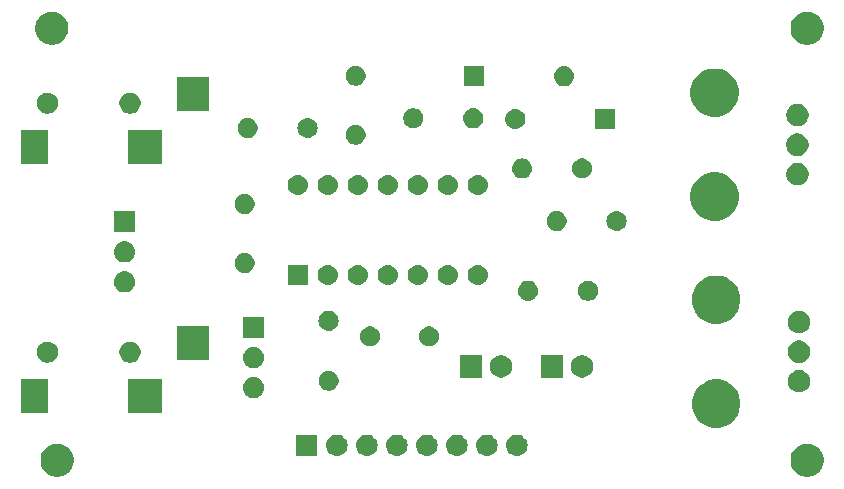
<source format=gbr>
G04 #@! TF.GenerationSoftware,KiCad,Pcbnew,(5.0.1)-rc2*
G04 #@! TF.CreationDate,2018-12-09T02:21:17-05:00*
G04 #@! TF.ProjectId,lfo,6C666F2E6B696361645F706362000000,rev?*
G04 #@! TF.SameCoordinates,Original*
G04 #@! TF.FileFunction,Soldermask,Top*
G04 #@! TF.FilePolarity,Negative*
%FSLAX46Y46*%
G04 Gerber Fmt 4.6, Leading zero omitted, Abs format (unit mm)*
G04 Created by KiCad (PCBNEW (5.0.1)-rc2) date 12/9/2018 2:21:17 AM*
%MOMM*%
%LPD*%
G01*
G04 APERTURE LIST*
%ADD10C,0.100000*%
G04 APERTURE END LIST*
D10*
G36*
X173546433Y-84867893D02*
X173636657Y-84885839D01*
X173742267Y-84929585D01*
X173891621Y-84991449D01*
X174121089Y-85144774D01*
X174316226Y-85339911D01*
X174469551Y-85569379D01*
X174575161Y-85824344D01*
X174629000Y-86095012D01*
X174629000Y-86370988D01*
X174575161Y-86641656D01*
X174469551Y-86896621D01*
X174316226Y-87126089D01*
X174121089Y-87321226D01*
X173891621Y-87474551D01*
X173742267Y-87536415D01*
X173636657Y-87580161D01*
X173546433Y-87598107D01*
X173365988Y-87634000D01*
X173090012Y-87634000D01*
X172909567Y-87598107D01*
X172819343Y-87580161D01*
X172713733Y-87536415D01*
X172564379Y-87474551D01*
X172334911Y-87321226D01*
X172139774Y-87126089D01*
X171986449Y-86896621D01*
X171880839Y-86641656D01*
X171827000Y-86370988D01*
X171827000Y-86095012D01*
X171880839Y-85824344D01*
X171986449Y-85569379D01*
X172139774Y-85339911D01*
X172334911Y-85144774D01*
X172564379Y-84991449D01*
X172713733Y-84929585D01*
X172819343Y-84885839D01*
X172909567Y-84867893D01*
X173090012Y-84832000D01*
X173365988Y-84832000D01*
X173546433Y-84867893D01*
X173546433Y-84867893D01*
G37*
G36*
X110046433Y-84867893D02*
X110136657Y-84885839D01*
X110242267Y-84929585D01*
X110391621Y-84991449D01*
X110621089Y-85144774D01*
X110816226Y-85339911D01*
X110969551Y-85569379D01*
X111075161Y-85824344D01*
X111129000Y-86095012D01*
X111129000Y-86370988D01*
X111075161Y-86641656D01*
X110969551Y-86896621D01*
X110816226Y-87126089D01*
X110621089Y-87321226D01*
X110391621Y-87474551D01*
X110242267Y-87536415D01*
X110136657Y-87580161D01*
X110046433Y-87598107D01*
X109865988Y-87634000D01*
X109590012Y-87634000D01*
X109409567Y-87598107D01*
X109319343Y-87580161D01*
X109213733Y-87536415D01*
X109064379Y-87474551D01*
X108834911Y-87321226D01*
X108639774Y-87126089D01*
X108486449Y-86896621D01*
X108380839Y-86641656D01*
X108327000Y-86370988D01*
X108327000Y-86095012D01*
X108380839Y-85824344D01*
X108486449Y-85569379D01*
X108639774Y-85339911D01*
X108834911Y-85144774D01*
X109064379Y-84991449D01*
X109213733Y-84929585D01*
X109319343Y-84885839D01*
X109409567Y-84867893D01*
X109590012Y-84832000D01*
X109865988Y-84832000D01*
X110046433Y-84867893D01*
X110046433Y-84867893D01*
G37*
G36*
X133523943Y-84068519D02*
X133590127Y-84075037D01*
X133703353Y-84109384D01*
X133759967Y-84126557D01*
X133898587Y-84200652D01*
X133916491Y-84210222D01*
X133952229Y-84239552D01*
X134053686Y-84322814D01*
X134136948Y-84424271D01*
X134166278Y-84460009D01*
X134166279Y-84460011D01*
X134249943Y-84616533D01*
X134249943Y-84616534D01*
X134301463Y-84786373D01*
X134318859Y-84963000D01*
X134301463Y-85139627D01*
X134267116Y-85252853D01*
X134249943Y-85309467D01*
X134233670Y-85339911D01*
X134166278Y-85465991D01*
X134136948Y-85501729D01*
X134053686Y-85603186D01*
X133952229Y-85686448D01*
X133916491Y-85715778D01*
X133916489Y-85715779D01*
X133759967Y-85799443D01*
X133703353Y-85816616D01*
X133590127Y-85850963D01*
X133523943Y-85857481D01*
X133457760Y-85864000D01*
X133369240Y-85864000D01*
X133303057Y-85857481D01*
X133236873Y-85850963D01*
X133123647Y-85816616D01*
X133067033Y-85799443D01*
X132910511Y-85715779D01*
X132910509Y-85715778D01*
X132874771Y-85686448D01*
X132773314Y-85603186D01*
X132690052Y-85501729D01*
X132660722Y-85465991D01*
X132593330Y-85339911D01*
X132577057Y-85309467D01*
X132559884Y-85252853D01*
X132525537Y-85139627D01*
X132508141Y-84963000D01*
X132525537Y-84786373D01*
X132577057Y-84616534D01*
X132577057Y-84616533D01*
X132660721Y-84460011D01*
X132660722Y-84460009D01*
X132690052Y-84424271D01*
X132773314Y-84322814D01*
X132874771Y-84239552D01*
X132910509Y-84210222D01*
X132928413Y-84200652D01*
X133067033Y-84126557D01*
X133123647Y-84109384D01*
X133236873Y-84075037D01*
X133303057Y-84068519D01*
X133369240Y-84062000D01*
X133457760Y-84062000D01*
X133523943Y-84068519D01*
X133523943Y-84068519D01*
G37*
G36*
X136063943Y-84068519D02*
X136130127Y-84075037D01*
X136243353Y-84109384D01*
X136299967Y-84126557D01*
X136438587Y-84200652D01*
X136456491Y-84210222D01*
X136492229Y-84239552D01*
X136593686Y-84322814D01*
X136676948Y-84424271D01*
X136706278Y-84460009D01*
X136706279Y-84460011D01*
X136789943Y-84616533D01*
X136789943Y-84616534D01*
X136841463Y-84786373D01*
X136858859Y-84963000D01*
X136841463Y-85139627D01*
X136807116Y-85252853D01*
X136789943Y-85309467D01*
X136773670Y-85339911D01*
X136706278Y-85465991D01*
X136676948Y-85501729D01*
X136593686Y-85603186D01*
X136492229Y-85686448D01*
X136456491Y-85715778D01*
X136456489Y-85715779D01*
X136299967Y-85799443D01*
X136243353Y-85816616D01*
X136130127Y-85850963D01*
X136063943Y-85857481D01*
X135997760Y-85864000D01*
X135909240Y-85864000D01*
X135843057Y-85857481D01*
X135776873Y-85850963D01*
X135663647Y-85816616D01*
X135607033Y-85799443D01*
X135450511Y-85715779D01*
X135450509Y-85715778D01*
X135414771Y-85686448D01*
X135313314Y-85603186D01*
X135230052Y-85501729D01*
X135200722Y-85465991D01*
X135133330Y-85339911D01*
X135117057Y-85309467D01*
X135099884Y-85252853D01*
X135065537Y-85139627D01*
X135048141Y-84963000D01*
X135065537Y-84786373D01*
X135117057Y-84616534D01*
X135117057Y-84616533D01*
X135200721Y-84460011D01*
X135200722Y-84460009D01*
X135230052Y-84424271D01*
X135313314Y-84322814D01*
X135414771Y-84239552D01*
X135450509Y-84210222D01*
X135468413Y-84200652D01*
X135607033Y-84126557D01*
X135663647Y-84109384D01*
X135776873Y-84075037D01*
X135843057Y-84068519D01*
X135909240Y-84062000D01*
X135997760Y-84062000D01*
X136063943Y-84068519D01*
X136063943Y-84068519D01*
G37*
G36*
X138603943Y-84068519D02*
X138670127Y-84075037D01*
X138783353Y-84109384D01*
X138839967Y-84126557D01*
X138978587Y-84200652D01*
X138996491Y-84210222D01*
X139032229Y-84239552D01*
X139133686Y-84322814D01*
X139216948Y-84424271D01*
X139246278Y-84460009D01*
X139246279Y-84460011D01*
X139329943Y-84616533D01*
X139329943Y-84616534D01*
X139381463Y-84786373D01*
X139398859Y-84963000D01*
X139381463Y-85139627D01*
X139347116Y-85252853D01*
X139329943Y-85309467D01*
X139313670Y-85339911D01*
X139246278Y-85465991D01*
X139216948Y-85501729D01*
X139133686Y-85603186D01*
X139032229Y-85686448D01*
X138996491Y-85715778D01*
X138996489Y-85715779D01*
X138839967Y-85799443D01*
X138783353Y-85816616D01*
X138670127Y-85850963D01*
X138603943Y-85857481D01*
X138537760Y-85864000D01*
X138449240Y-85864000D01*
X138383057Y-85857481D01*
X138316873Y-85850963D01*
X138203647Y-85816616D01*
X138147033Y-85799443D01*
X137990511Y-85715779D01*
X137990509Y-85715778D01*
X137954771Y-85686448D01*
X137853314Y-85603186D01*
X137770052Y-85501729D01*
X137740722Y-85465991D01*
X137673330Y-85339911D01*
X137657057Y-85309467D01*
X137639884Y-85252853D01*
X137605537Y-85139627D01*
X137588141Y-84963000D01*
X137605537Y-84786373D01*
X137657057Y-84616534D01*
X137657057Y-84616533D01*
X137740721Y-84460011D01*
X137740722Y-84460009D01*
X137770052Y-84424271D01*
X137853314Y-84322814D01*
X137954771Y-84239552D01*
X137990509Y-84210222D01*
X138008413Y-84200652D01*
X138147033Y-84126557D01*
X138203647Y-84109384D01*
X138316873Y-84075037D01*
X138383057Y-84068519D01*
X138449240Y-84062000D01*
X138537760Y-84062000D01*
X138603943Y-84068519D01*
X138603943Y-84068519D01*
G37*
G36*
X141143943Y-84068519D02*
X141210127Y-84075037D01*
X141323353Y-84109384D01*
X141379967Y-84126557D01*
X141518587Y-84200652D01*
X141536491Y-84210222D01*
X141572229Y-84239552D01*
X141673686Y-84322814D01*
X141756948Y-84424271D01*
X141786278Y-84460009D01*
X141786279Y-84460011D01*
X141869943Y-84616533D01*
X141869943Y-84616534D01*
X141921463Y-84786373D01*
X141938859Y-84963000D01*
X141921463Y-85139627D01*
X141887116Y-85252853D01*
X141869943Y-85309467D01*
X141853670Y-85339911D01*
X141786278Y-85465991D01*
X141756948Y-85501729D01*
X141673686Y-85603186D01*
X141572229Y-85686448D01*
X141536491Y-85715778D01*
X141536489Y-85715779D01*
X141379967Y-85799443D01*
X141323353Y-85816616D01*
X141210127Y-85850963D01*
X141143943Y-85857481D01*
X141077760Y-85864000D01*
X140989240Y-85864000D01*
X140923057Y-85857481D01*
X140856873Y-85850963D01*
X140743647Y-85816616D01*
X140687033Y-85799443D01*
X140530511Y-85715779D01*
X140530509Y-85715778D01*
X140494771Y-85686448D01*
X140393314Y-85603186D01*
X140310052Y-85501729D01*
X140280722Y-85465991D01*
X140213330Y-85339911D01*
X140197057Y-85309467D01*
X140179884Y-85252853D01*
X140145537Y-85139627D01*
X140128141Y-84963000D01*
X140145537Y-84786373D01*
X140197057Y-84616534D01*
X140197057Y-84616533D01*
X140280721Y-84460011D01*
X140280722Y-84460009D01*
X140310052Y-84424271D01*
X140393314Y-84322814D01*
X140494771Y-84239552D01*
X140530509Y-84210222D01*
X140548413Y-84200652D01*
X140687033Y-84126557D01*
X140743647Y-84109384D01*
X140856873Y-84075037D01*
X140923057Y-84068519D01*
X140989240Y-84062000D01*
X141077760Y-84062000D01*
X141143943Y-84068519D01*
X141143943Y-84068519D01*
G37*
G36*
X143683943Y-84068519D02*
X143750127Y-84075037D01*
X143863353Y-84109384D01*
X143919967Y-84126557D01*
X144058587Y-84200652D01*
X144076491Y-84210222D01*
X144112229Y-84239552D01*
X144213686Y-84322814D01*
X144296948Y-84424271D01*
X144326278Y-84460009D01*
X144326279Y-84460011D01*
X144409943Y-84616533D01*
X144409943Y-84616534D01*
X144461463Y-84786373D01*
X144478859Y-84963000D01*
X144461463Y-85139627D01*
X144427116Y-85252853D01*
X144409943Y-85309467D01*
X144393670Y-85339911D01*
X144326278Y-85465991D01*
X144296948Y-85501729D01*
X144213686Y-85603186D01*
X144112229Y-85686448D01*
X144076491Y-85715778D01*
X144076489Y-85715779D01*
X143919967Y-85799443D01*
X143863353Y-85816616D01*
X143750127Y-85850963D01*
X143683943Y-85857481D01*
X143617760Y-85864000D01*
X143529240Y-85864000D01*
X143463057Y-85857481D01*
X143396873Y-85850963D01*
X143283647Y-85816616D01*
X143227033Y-85799443D01*
X143070511Y-85715779D01*
X143070509Y-85715778D01*
X143034771Y-85686448D01*
X142933314Y-85603186D01*
X142850052Y-85501729D01*
X142820722Y-85465991D01*
X142753330Y-85339911D01*
X142737057Y-85309467D01*
X142719884Y-85252853D01*
X142685537Y-85139627D01*
X142668141Y-84963000D01*
X142685537Y-84786373D01*
X142737057Y-84616534D01*
X142737057Y-84616533D01*
X142820721Y-84460011D01*
X142820722Y-84460009D01*
X142850052Y-84424271D01*
X142933314Y-84322814D01*
X143034771Y-84239552D01*
X143070509Y-84210222D01*
X143088413Y-84200652D01*
X143227033Y-84126557D01*
X143283647Y-84109384D01*
X143396873Y-84075037D01*
X143463057Y-84068519D01*
X143529240Y-84062000D01*
X143617760Y-84062000D01*
X143683943Y-84068519D01*
X143683943Y-84068519D01*
G37*
G36*
X146223943Y-84068519D02*
X146290127Y-84075037D01*
X146403353Y-84109384D01*
X146459967Y-84126557D01*
X146598587Y-84200652D01*
X146616491Y-84210222D01*
X146652229Y-84239552D01*
X146753686Y-84322814D01*
X146836948Y-84424271D01*
X146866278Y-84460009D01*
X146866279Y-84460011D01*
X146949943Y-84616533D01*
X146949943Y-84616534D01*
X147001463Y-84786373D01*
X147018859Y-84963000D01*
X147001463Y-85139627D01*
X146967116Y-85252853D01*
X146949943Y-85309467D01*
X146933670Y-85339911D01*
X146866278Y-85465991D01*
X146836948Y-85501729D01*
X146753686Y-85603186D01*
X146652229Y-85686448D01*
X146616491Y-85715778D01*
X146616489Y-85715779D01*
X146459967Y-85799443D01*
X146403353Y-85816616D01*
X146290127Y-85850963D01*
X146223943Y-85857481D01*
X146157760Y-85864000D01*
X146069240Y-85864000D01*
X146003057Y-85857481D01*
X145936873Y-85850963D01*
X145823647Y-85816616D01*
X145767033Y-85799443D01*
X145610511Y-85715779D01*
X145610509Y-85715778D01*
X145574771Y-85686448D01*
X145473314Y-85603186D01*
X145390052Y-85501729D01*
X145360722Y-85465991D01*
X145293330Y-85339911D01*
X145277057Y-85309467D01*
X145259884Y-85252853D01*
X145225537Y-85139627D01*
X145208141Y-84963000D01*
X145225537Y-84786373D01*
X145277057Y-84616534D01*
X145277057Y-84616533D01*
X145360721Y-84460011D01*
X145360722Y-84460009D01*
X145390052Y-84424271D01*
X145473314Y-84322814D01*
X145574771Y-84239552D01*
X145610509Y-84210222D01*
X145628413Y-84200652D01*
X145767033Y-84126557D01*
X145823647Y-84109384D01*
X145936873Y-84075037D01*
X146003057Y-84068519D01*
X146069240Y-84062000D01*
X146157760Y-84062000D01*
X146223943Y-84068519D01*
X146223943Y-84068519D01*
G37*
G36*
X148763943Y-84068519D02*
X148830127Y-84075037D01*
X148943353Y-84109384D01*
X148999967Y-84126557D01*
X149138587Y-84200652D01*
X149156491Y-84210222D01*
X149192229Y-84239552D01*
X149293686Y-84322814D01*
X149376948Y-84424271D01*
X149406278Y-84460009D01*
X149406279Y-84460011D01*
X149489943Y-84616533D01*
X149489943Y-84616534D01*
X149541463Y-84786373D01*
X149558859Y-84963000D01*
X149541463Y-85139627D01*
X149507116Y-85252853D01*
X149489943Y-85309467D01*
X149473670Y-85339911D01*
X149406278Y-85465991D01*
X149376948Y-85501729D01*
X149293686Y-85603186D01*
X149192229Y-85686448D01*
X149156491Y-85715778D01*
X149156489Y-85715779D01*
X148999967Y-85799443D01*
X148943353Y-85816616D01*
X148830127Y-85850963D01*
X148763943Y-85857481D01*
X148697760Y-85864000D01*
X148609240Y-85864000D01*
X148543057Y-85857481D01*
X148476873Y-85850963D01*
X148363647Y-85816616D01*
X148307033Y-85799443D01*
X148150511Y-85715779D01*
X148150509Y-85715778D01*
X148114771Y-85686448D01*
X148013314Y-85603186D01*
X147930052Y-85501729D01*
X147900722Y-85465991D01*
X147833330Y-85339911D01*
X147817057Y-85309467D01*
X147799884Y-85252853D01*
X147765537Y-85139627D01*
X147748141Y-84963000D01*
X147765537Y-84786373D01*
X147817057Y-84616534D01*
X147817057Y-84616533D01*
X147900721Y-84460011D01*
X147900722Y-84460009D01*
X147930052Y-84424271D01*
X148013314Y-84322814D01*
X148114771Y-84239552D01*
X148150509Y-84210222D01*
X148168413Y-84200652D01*
X148307033Y-84126557D01*
X148363647Y-84109384D01*
X148476873Y-84075037D01*
X148543057Y-84068519D01*
X148609240Y-84062000D01*
X148697760Y-84062000D01*
X148763943Y-84068519D01*
X148763943Y-84068519D01*
G37*
G36*
X131774500Y-85864000D02*
X129972500Y-85864000D01*
X129972500Y-84062000D01*
X131774500Y-84062000D01*
X131774500Y-85864000D01*
X131774500Y-85864000D01*
G37*
G36*
X166127752Y-79476818D02*
X166127754Y-79476819D01*
X166127755Y-79476819D01*
X166501013Y-79631427D01*
X166678811Y-79750228D01*
X166836939Y-79855886D01*
X167122614Y-80141561D01*
X167122616Y-80141564D01*
X167347073Y-80477487D01*
X167444909Y-80713685D01*
X167501682Y-80850748D01*
X167580500Y-81246993D01*
X167580500Y-81651006D01*
X167501681Y-82047255D01*
X167347073Y-82420513D01*
X167347072Y-82420514D01*
X167122614Y-82756439D01*
X166836939Y-83042114D01*
X166836936Y-83042116D01*
X166501013Y-83266573D01*
X166127755Y-83421181D01*
X166127754Y-83421181D01*
X166127752Y-83421182D01*
X165731507Y-83500000D01*
X165327493Y-83500000D01*
X164931248Y-83421182D01*
X164931246Y-83421181D01*
X164931245Y-83421181D01*
X164557987Y-83266573D01*
X164222064Y-83042116D01*
X164222061Y-83042114D01*
X163936386Y-82756439D01*
X163711928Y-82420514D01*
X163711927Y-82420513D01*
X163557319Y-82047255D01*
X163478500Y-81651006D01*
X163478500Y-81246993D01*
X163557318Y-80850748D01*
X163614091Y-80713685D01*
X163711927Y-80477487D01*
X163936384Y-80141564D01*
X163936386Y-80141561D01*
X164222061Y-79855886D01*
X164380189Y-79750228D01*
X164557987Y-79631427D01*
X164931245Y-79476819D01*
X164931246Y-79476819D01*
X164931248Y-79476818D01*
X165327493Y-79398000D01*
X165731507Y-79398000D01*
X166127752Y-79476818D01*
X166127752Y-79476818D01*
G37*
G36*
X118650000Y-82240000D02*
X115748000Y-82240000D01*
X115748000Y-79338000D01*
X118650000Y-79338000D01*
X118650000Y-82240000D01*
X118650000Y-82240000D01*
G37*
G36*
X108950000Y-82240000D02*
X106648000Y-82240000D01*
X106648000Y-79338000D01*
X108950000Y-79338000D01*
X108950000Y-82240000D01*
X108950000Y-82240000D01*
G37*
G36*
X126475442Y-79179018D02*
X126541627Y-79185537D01*
X126622119Y-79209954D01*
X126711467Y-79237057D01*
X126850087Y-79311152D01*
X126867991Y-79320722D01*
X126889044Y-79338000D01*
X127005186Y-79433314D01*
X127088448Y-79534771D01*
X127117778Y-79570509D01*
X127117779Y-79570511D01*
X127201443Y-79727033D01*
X127201443Y-79727034D01*
X127252963Y-79896873D01*
X127270359Y-80073500D01*
X127252963Y-80250127D01*
X127231677Y-80320297D01*
X127201443Y-80419967D01*
X127178199Y-80463453D01*
X127117778Y-80576491D01*
X127088448Y-80612229D01*
X127005186Y-80713686D01*
X126903729Y-80796948D01*
X126867991Y-80826278D01*
X126867989Y-80826279D01*
X126711467Y-80909943D01*
X126654853Y-80927116D01*
X126541627Y-80961463D01*
X126475442Y-80967982D01*
X126409260Y-80974500D01*
X126320740Y-80974500D01*
X126254558Y-80967982D01*
X126188373Y-80961463D01*
X126075147Y-80927116D01*
X126018533Y-80909943D01*
X125862011Y-80826279D01*
X125862009Y-80826278D01*
X125826271Y-80796948D01*
X125724814Y-80713686D01*
X125641552Y-80612229D01*
X125612222Y-80576491D01*
X125551801Y-80463453D01*
X125528557Y-80419967D01*
X125498323Y-80320297D01*
X125477037Y-80250127D01*
X125459641Y-80073500D01*
X125477037Y-79896873D01*
X125528557Y-79727034D01*
X125528557Y-79727033D01*
X125612221Y-79570511D01*
X125612222Y-79570509D01*
X125641552Y-79534771D01*
X125724814Y-79433314D01*
X125840956Y-79338000D01*
X125862009Y-79320722D01*
X125879913Y-79311152D01*
X126018533Y-79237057D01*
X126107881Y-79209954D01*
X126188373Y-79185537D01*
X126254558Y-79179018D01*
X126320740Y-79172500D01*
X126409260Y-79172500D01*
X126475442Y-79179018D01*
X126475442Y-79179018D01*
G37*
G36*
X172806896Y-78634546D02*
X172979966Y-78706234D01*
X173135730Y-78810312D01*
X173268188Y-78942770D01*
X173372266Y-79098534D01*
X173443954Y-79271604D01*
X173480500Y-79455333D01*
X173480500Y-79642667D01*
X173443954Y-79826396D01*
X173372266Y-79999466D01*
X173268188Y-80155230D01*
X173135730Y-80287688D01*
X172979966Y-80391766D01*
X172806896Y-80463454D01*
X172623167Y-80500000D01*
X172435833Y-80500000D01*
X172252104Y-80463454D01*
X172079034Y-80391766D01*
X171923270Y-80287688D01*
X171790812Y-80155230D01*
X171686734Y-79999466D01*
X171615046Y-79826396D01*
X171578500Y-79642667D01*
X171578500Y-79455333D01*
X171615046Y-79271604D01*
X171686734Y-79098534D01*
X171790812Y-78942770D01*
X171923270Y-78810312D01*
X172079034Y-78706234D01*
X172252104Y-78634546D01*
X172435833Y-78598000D01*
X172623167Y-78598000D01*
X172806896Y-78634546D01*
X172806896Y-78634546D01*
G37*
G36*
X132963228Y-78683703D02*
X133118100Y-78747853D01*
X133257481Y-78840985D01*
X133376015Y-78959519D01*
X133469147Y-79098900D01*
X133533297Y-79253772D01*
X133566000Y-79418184D01*
X133566000Y-79585816D01*
X133533297Y-79750228D01*
X133469147Y-79905100D01*
X133376015Y-80044481D01*
X133257481Y-80163015D01*
X133118100Y-80256147D01*
X132963228Y-80320297D01*
X132798816Y-80353000D01*
X132631184Y-80353000D01*
X132466772Y-80320297D01*
X132311900Y-80256147D01*
X132172519Y-80163015D01*
X132053985Y-80044481D01*
X131960853Y-79905100D01*
X131896703Y-79750228D01*
X131864000Y-79585816D01*
X131864000Y-79418184D01*
X131896703Y-79253772D01*
X131960853Y-79098900D01*
X132053985Y-78959519D01*
X132172519Y-78840985D01*
X132311900Y-78747853D01*
X132466772Y-78683703D01*
X132631184Y-78651000D01*
X132798816Y-78651000D01*
X132963228Y-78683703D01*
X132963228Y-78683703D01*
G37*
G36*
X152589000Y-79246500D02*
X150687000Y-79246500D01*
X150687000Y-77344500D01*
X152589000Y-77344500D01*
X152589000Y-79246500D01*
X152589000Y-79246500D01*
G37*
G36*
X154455396Y-77381046D02*
X154628466Y-77452734D01*
X154784230Y-77556812D01*
X154916688Y-77689270D01*
X155020766Y-77845034D01*
X155092454Y-78018104D01*
X155129000Y-78201833D01*
X155129000Y-78389167D01*
X155092454Y-78572896D01*
X155020766Y-78745966D01*
X154916688Y-78901730D01*
X154784230Y-79034188D01*
X154628466Y-79138266D01*
X154455396Y-79209954D01*
X154271667Y-79246500D01*
X154084333Y-79246500D01*
X153900604Y-79209954D01*
X153727534Y-79138266D01*
X153571770Y-79034188D01*
X153439312Y-78901730D01*
X153335234Y-78745966D01*
X153263546Y-78572896D01*
X153227000Y-78389167D01*
X153227000Y-78201833D01*
X153263546Y-78018104D01*
X153335234Y-77845034D01*
X153439312Y-77689270D01*
X153571770Y-77556812D01*
X153727534Y-77452734D01*
X153900604Y-77381046D01*
X154084333Y-77344500D01*
X154271667Y-77344500D01*
X154455396Y-77381046D01*
X154455396Y-77381046D01*
G37*
G36*
X147597396Y-77381046D02*
X147770466Y-77452734D01*
X147926230Y-77556812D01*
X148058688Y-77689270D01*
X148162766Y-77845034D01*
X148234454Y-78018104D01*
X148271000Y-78201833D01*
X148271000Y-78389167D01*
X148234454Y-78572896D01*
X148162766Y-78745966D01*
X148058688Y-78901730D01*
X147926230Y-79034188D01*
X147770466Y-79138266D01*
X147597396Y-79209954D01*
X147413667Y-79246500D01*
X147226333Y-79246500D01*
X147042604Y-79209954D01*
X146869534Y-79138266D01*
X146713770Y-79034188D01*
X146581312Y-78901730D01*
X146477234Y-78745966D01*
X146405546Y-78572896D01*
X146369000Y-78389167D01*
X146369000Y-78201833D01*
X146405546Y-78018104D01*
X146477234Y-77845034D01*
X146581312Y-77689270D01*
X146713770Y-77556812D01*
X146869534Y-77452734D01*
X147042604Y-77381046D01*
X147226333Y-77344500D01*
X147413667Y-77344500D01*
X147597396Y-77381046D01*
X147597396Y-77381046D01*
G37*
G36*
X145731000Y-79246500D02*
X143829000Y-79246500D01*
X143829000Y-77344500D01*
X145731000Y-77344500D01*
X145731000Y-79246500D01*
X145731000Y-79246500D01*
G37*
G36*
X126475443Y-76639019D02*
X126541627Y-76645537D01*
X126654853Y-76679884D01*
X126711467Y-76697057D01*
X126850087Y-76771152D01*
X126867991Y-76780722D01*
X126903729Y-76810052D01*
X127005186Y-76893314D01*
X127088448Y-76994771D01*
X127117778Y-77030509D01*
X127117779Y-77030511D01*
X127201443Y-77187033D01*
X127201443Y-77187034D01*
X127252963Y-77356873D01*
X127270359Y-77533500D01*
X127252963Y-77710127D01*
X127229082Y-77788853D01*
X127201443Y-77879967D01*
X127142628Y-77990000D01*
X127117778Y-78036491D01*
X127088448Y-78072229D01*
X127005186Y-78173686D01*
X126903729Y-78256948D01*
X126867991Y-78286278D01*
X126867989Y-78286279D01*
X126711467Y-78369943D01*
X126654853Y-78387116D01*
X126541627Y-78421463D01*
X126475443Y-78427981D01*
X126409260Y-78434500D01*
X126320740Y-78434500D01*
X126254557Y-78427981D01*
X126188373Y-78421463D01*
X126075147Y-78387116D01*
X126018533Y-78369943D01*
X125862011Y-78286279D01*
X125862009Y-78286278D01*
X125826271Y-78256948D01*
X125724814Y-78173686D01*
X125641552Y-78072229D01*
X125612222Y-78036491D01*
X125587372Y-77990000D01*
X125528557Y-77879967D01*
X125500918Y-77788853D01*
X125477037Y-77710127D01*
X125459641Y-77533500D01*
X125477037Y-77356873D01*
X125528557Y-77187034D01*
X125528557Y-77187033D01*
X125612221Y-77030511D01*
X125612222Y-77030509D01*
X125641552Y-76994771D01*
X125724814Y-76893314D01*
X125826271Y-76810052D01*
X125862009Y-76780722D01*
X125879913Y-76771152D01*
X126018533Y-76697057D01*
X126075147Y-76679884D01*
X126188373Y-76645537D01*
X126254557Y-76639019D01*
X126320740Y-76632500D01*
X126409260Y-76632500D01*
X126475443Y-76639019D01*
X126475443Y-76639019D01*
G37*
G36*
X172806896Y-76134546D02*
X172979966Y-76206234D01*
X173135730Y-76310312D01*
X173268188Y-76442770D01*
X173372266Y-76598534D01*
X173443954Y-76771604D01*
X173480500Y-76955333D01*
X173480500Y-77142667D01*
X173443954Y-77326396D01*
X173372266Y-77499466D01*
X173268188Y-77655230D01*
X173135730Y-77787688D01*
X172979966Y-77891766D01*
X172806896Y-77963454D01*
X172623167Y-78000000D01*
X172435833Y-78000000D01*
X172252104Y-77963454D01*
X172079034Y-77891766D01*
X171923270Y-77787688D01*
X171790812Y-77655230D01*
X171686734Y-77499466D01*
X171615046Y-77326396D01*
X171578500Y-77142667D01*
X171578500Y-76955333D01*
X171615046Y-76771604D01*
X171686734Y-76598534D01*
X171790812Y-76442770D01*
X171923270Y-76310312D01*
X172079034Y-76206234D01*
X172252104Y-76134546D01*
X172435833Y-76098000D01*
X172623167Y-76098000D01*
X172806896Y-76134546D01*
X172806896Y-76134546D01*
G37*
G36*
X109161812Y-76222624D02*
X109325784Y-76290544D01*
X109473354Y-76389147D01*
X109598853Y-76514646D01*
X109697456Y-76662216D01*
X109765376Y-76826188D01*
X109800000Y-77000259D01*
X109800000Y-77177741D01*
X109765376Y-77351812D01*
X109697456Y-77515784D01*
X109598853Y-77663354D01*
X109473354Y-77788853D01*
X109325784Y-77887456D01*
X109161812Y-77955376D01*
X108987741Y-77990000D01*
X108810259Y-77990000D01*
X108636188Y-77955376D01*
X108472216Y-77887456D01*
X108324646Y-77788853D01*
X108199147Y-77663354D01*
X108100544Y-77515784D01*
X108032624Y-77351812D01*
X107998000Y-77177741D01*
X107998000Y-77000259D01*
X108032624Y-76826188D01*
X108100544Y-76662216D01*
X108199147Y-76514646D01*
X108324646Y-76389147D01*
X108472216Y-76290544D01*
X108636188Y-76222624D01*
X108810259Y-76188000D01*
X108987741Y-76188000D01*
X109161812Y-76222624D01*
X109161812Y-76222624D01*
G37*
G36*
X116161812Y-76222624D02*
X116325784Y-76290544D01*
X116473354Y-76389147D01*
X116598853Y-76514646D01*
X116697456Y-76662216D01*
X116765376Y-76826188D01*
X116800000Y-77000259D01*
X116800000Y-77177741D01*
X116765376Y-77351812D01*
X116697456Y-77515784D01*
X116598853Y-77663354D01*
X116473354Y-77788853D01*
X116325784Y-77887456D01*
X116161812Y-77955376D01*
X115987741Y-77990000D01*
X115810259Y-77990000D01*
X115636188Y-77955376D01*
X115472216Y-77887456D01*
X115324646Y-77788853D01*
X115199147Y-77663354D01*
X115100544Y-77515784D01*
X115032624Y-77351812D01*
X114998000Y-77177741D01*
X114998000Y-77000259D01*
X115032624Y-76826188D01*
X115100544Y-76662216D01*
X115199147Y-76514646D01*
X115324646Y-76389147D01*
X115472216Y-76290544D01*
X115636188Y-76222624D01*
X115810259Y-76188000D01*
X115987741Y-76188000D01*
X116161812Y-76222624D01*
X116161812Y-76222624D01*
G37*
G36*
X122550000Y-77790000D02*
X119848000Y-77790000D01*
X119848000Y-74888000D01*
X122550000Y-74888000D01*
X122550000Y-77790000D01*
X122550000Y-77790000D01*
G37*
G36*
X141472228Y-74937203D02*
X141627100Y-75001353D01*
X141766481Y-75094485D01*
X141885015Y-75213019D01*
X141978147Y-75352400D01*
X142042297Y-75507272D01*
X142075000Y-75671684D01*
X142075000Y-75839316D01*
X142042297Y-76003728D01*
X141978147Y-76158600D01*
X141885015Y-76297981D01*
X141766481Y-76416515D01*
X141627100Y-76509647D01*
X141472228Y-76573797D01*
X141307816Y-76606500D01*
X141140184Y-76606500D01*
X140975772Y-76573797D01*
X140820900Y-76509647D01*
X140681519Y-76416515D01*
X140562985Y-76297981D01*
X140469853Y-76158600D01*
X140405703Y-76003728D01*
X140373000Y-75839316D01*
X140373000Y-75671684D01*
X140405703Y-75507272D01*
X140469853Y-75352400D01*
X140562985Y-75213019D01*
X140681519Y-75094485D01*
X140820900Y-75001353D01*
X140975772Y-74937203D01*
X141140184Y-74904500D01*
X141307816Y-74904500D01*
X141472228Y-74937203D01*
X141472228Y-74937203D01*
G37*
G36*
X136472228Y-74937203D02*
X136627100Y-75001353D01*
X136766481Y-75094485D01*
X136885015Y-75213019D01*
X136978147Y-75352400D01*
X137042297Y-75507272D01*
X137075000Y-75671684D01*
X137075000Y-75839316D01*
X137042297Y-76003728D01*
X136978147Y-76158600D01*
X136885015Y-76297981D01*
X136766481Y-76416515D01*
X136627100Y-76509647D01*
X136472228Y-76573797D01*
X136307816Y-76606500D01*
X136140184Y-76606500D01*
X135975772Y-76573797D01*
X135820900Y-76509647D01*
X135681519Y-76416515D01*
X135562985Y-76297981D01*
X135469853Y-76158600D01*
X135405703Y-76003728D01*
X135373000Y-75839316D01*
X135373000Y-75671684D01*
X135405703Y-75507272D01*
X135469853Y-75352400D01*
X135562985Y-75213019D01*
X135681519Y-75094485D01*
X135820900Y-75001353D01*
X135975772Y-74937203D01*
X136140184Y-74904500D01*
X136307816Y-74904500D01*
X136472228Y-74937203D01*
X136472228Y-74937203D01*
G37*
G36*
X127266000Y-75894500D02*
X125464000Y-75894500D01*
X125464000Y-74092500D01*
X127266000Y-74092500D01*
X127266000Y-75894500D01*
X127266000Y-75894500D01*
G37*
G36*
X172806896Y-73634546D02*
X172979966Y-73706234D01*
X173135730Y-73810312D01*
X173268188Y-73942770D01*
X173372266Y-74098534D01*
X173443954Y-74271604D01*
X173480500Y-74455333D01*
X173480500Y-74642667D01*
X173443954Y-74826396D01*
X173372266Y-74999466D01*
X173268188Y-75155230D01*
X173135730Y-75287688D01*
X172979966Y-75391766D01*
X172806896Y-75463454D01*
X172623167Y-75500000D01*
X172435833Y-75500000D01*
X172252104Y-75463454D01*
X172079034Y-75391766D01*
X171923270Y-75287688D01*
X171790812Y-75155230D01*
X171686734Y-74999466D01*
X171615046Y-74826396D01*
X171578500Y-74642667D01*
X171578500Y-74455333D01*
X171615046Y-74271604D01*
X171686734Y-74098534D01*
X171790812Y-73942770D01*
X171923270Y-73810312D01*
X172079034Y-73706234D01*
X172252104Y-73634546D01*
X172435833Y-73598000D01*
X172623167Y-73598000D01*
X172806896Y-73634546D01*
X172806896Y-73634546D01*
G37*
G36*
X132881821Y-73583313D02*
X132881824Y-73583314D01*
X132881825Y-73583314D01*
X133042239Y-73631975D01*
X133042241Y-73631976D01*
X133042244Y-73631977D01*
X133190078Y-73710995D01*
X133319659Y-73817341D01*
X133426005Y-73946922D01*
X133505023Y-74094756D01*
X133505024Y-74094759D01*
X133505025Y-74094761D01*
X133553686Y-74255175D01*
X133553687Y-74255179D01*
X133570117Y-74422000D01*
X133553687Y-74588821D01*
X133553686Y-74588824D01*
X133553686Y-74588825D01*
X133543871Y-74621182D01*
X133505023Y-74749244D01*
X133426005Y-74897078D01*
X133319659Y-75026659D01*
X133190078Y-75133005D01*
X133042244Y-75212023D01*
X133042241Y-75212024D01*
X133042239Y-75212025D01*
X132881825Y-75260686D01*
X132881824Y-75260686D01*
X132881821Y-75260687D01*
X132756804Y-75273000D01*
X132673196Y-75273000D01*
X132548179Y-75260687D01*
X132548176Y-75260686D01*
X132548175Y-75260686D01*
X132387761Y-75212025D01*
X132387759Y-75212024D01*
X132387756Y-75212023D01*
X132239922Y-75133005D01*
X132110341Y-75026659D01*
X132003995Y-74897078D01*
X131924977Y-74749244D01*
X131886130Y-74621182D01*
X131876314Y-74588825D01*
X131876314Y-74588824D01*
X131876313Y-74588821D01*
X131859883Y-74422000D01*
X131876313Y-74255179D01*
X131876314Y-74255175D01*
X131924975Y-74094761D01*
X131924976Y-74094759D01*
X131924977Y-74094756D01*
X132003995Y-73946922D01*
X132110341Y-73817341D01*
X132239922Y-73710995D01*
X132387756Y-73631977D01*
X132387759Y-73631976D01*
X132387761Y-73631975D01*
X132548175Y-73583314D01*
X132548176Y-73583314D01*
X132548179Y-73583313D01*
X132673196Y-73571000D01*
X132756804Y-73571000D01*
X132881821Y-73583313D01*
X132881821Y-73583313D01*
G37*
G36*
X166127752Y-70676818D02*
X166127754Y-70676819D01*
X166127755Y-70676819D01*
X166501013Y-70831427D01*
X166818122Y-71043313D01*
X166836939Y-71055886D01*
X167122614Y-71341561D01*
X167122616Y-71341564D01*
X167347073Y-71677487D01*
X167501681Y-72050745D01*
X167501682Y-72050748D01*
X167548297Y-72285100D01*
X167580500Y-72446994D01*
X167580500Y-72851006D01*
X167501681Y-73247255D01*
X167347073Y-73620513D01*
X167289796Y-73706234D01*
X167122614Y-73956439D01*
X166836939Y-74242114D01*
X166836936Y-74242116D01*
X166501013Y-74466573D01*
X166127755Y-74621181D01*
X166127754Y-74621181D01*
X166127752Y-74621182D01*
X165731507Y-74700000D01*
X165327493Y-74700000D01*
X164931248Y-74621182D01*
X164931246Y-74621181D01*
X164931245Y-74621181D01*
X164557987Y-74466573D01*
X164222064Y-74242116D01*
X164222061Y-74242114D01*
X163936386Y-73956439D01*
X163769204Y-73706234D01*
X163711927Y-73620513D01*
X163557319Y-73247255D01*
X163478500Y-72851006D01*
X163478500Y-72446994D01*
X163510703Y-72285100D01*
X163557318Y-72050748D01*
X163557319Y-72050745D01*
X163711927Y-71677487D01*
X163936384Y-71341564D01*
X163936386Y-71341561D01*
X164222061Y-71055886D01*
X164240878Y-71043313D01*
X164557987Y-70831427D01*
X164931245Y-70676819D01*
X164931246Y-70676819D01*
X164931248Y-70676818D01*
X165327493Y-70598000D01*
X165731507Y-70598000D01*
X166127752Y-70676818D01*
X166127752Y-70676818D01*
G37*
G36*
X149772821Y-71043313D02*
X149772824Y-71043314D01*
X149772825Y-71043314D01*
X149933239Y-71091975D01*
X149933241Y-71091976D01*
X149933244Y-71091977D01*
X150081078Y-71170995D01*
X150210659Y-71277341D01*
X150317005Y-71406922D01*
X150396023Y-71554756D01*
X150396024Y-71554759D01*
X150396025Y-71554761D01*
X150433253Y-71677486D01*
X150444687Y-71715179D01*
X150461117Y-71882000D01*
X150444687Y-72048821D01*
X150444686Y-72048824D01*
X150444686Y-72048825D01*
X150419993Y-72130228D01*
X150396023Y-72209244D01*
X150317005Y-72357078D01*
X150210659Y-72486659D01*
X150081078Y-72593005D01*
X149933244Y-72672023D01*
X149933241Y-72672024D01*
X149933239Y-72672025D01*
X149772825Y-72720686D01*
X149772824Y-72720686D01*
X149772821Y-72720687D01*
X149647804Y-72733000D01*
X149564196Y-72733000D01*
X149439179Y-72720687D01*
X149439176Y-72720686D01*
X149439175Y-72720686D01*
X149278761Y-72672025D01*
X149278759Y-72672024D01*
X149278756Y-72672023D01*
X149130922Y-72593005D01*
X149001341Y-72486659D01*
X148894995Y-72357078D01*
X148815977Y-72209244D01*
X148792008Y-72130228D01*
X148767314Y-72048825D01*
X148767314Y-72048824D01*
X148767313Y-72048821D01*
X148750883Y-71882000D01*
X148767313Y-71715179D01*
X148778747Y-71677486D01*
X148815975Y-71554761D01*
X148815976Y-71554759D01*
X148815977Y-71554756D01*
X148894995Y-71406922D01*
X149001341Y-71277341D01*
X149130922Y-71170995D01*
X149278756Y-71091977D01*
X149278759Y-71091976D01*
X149278761Y-71091975D01*
X149439175Y-71043314D01*
X149439176Y-71043314D01*
X149439179Y-71043313D01*
X149564196Y-71031000D01*
X149647804Y-71031000D01*
X149772821Y-71043313D01*
X149772821Y-71043313D01*
G37*
G36*
X154934228Y-71063703D02*
X155089100Y-71127853D01*
X155228481Y-71220985D01*
X155347015Y-71339519D01*
X155440147Y-71478900D01*
X155504297Y-71633772D01*
X155537000Y-71798184D01*
X155537000Y-71965816D01*
X155504297Y-72130228D01*
X155440147Y-72285100D01*
X155347015Y-72424481D01*
X155228481Y-72543015D01*
X155089100Y-72636147D01*
X154934228Y-72700297D01*
X154769816Y-72733000D01*
X154602184Y-72733000D01*
X154437772Y-72700297D01*
X154282900Y-72636147D01*
X154143519Y-72543015D01*
X154024985Y-72424481D01*
X153931853Y-72285100D01*
X153867703Y-72130228D01*
X153835000Y-71965816D01*
X153835000Y-71798184D01*
X153867703Y-71633772D01*
X153931853Y-71478900D01*
X154024985Y-71339519D01*
X154143519Y-71220985D01*
X154282900Y-71127853D01*
X154437772Y-71063703D01*
X154602184Y-71031000D01*
X154769816Y-71031000D01*
X154934228Y-71063703D01*
X154934228Y-71063703D01*
G37*
G36*
X115553442Y-70225518D02*
X115619627Y-70232037D01*
X115732853Y-70266384D01*
X115789467Y-70283557D01*
X115915260Y-70350796D01*
X115945991Y-70367222D01*
X115981729Y-70396552D01*
X116083186Y-70479814D01*
X116139554Y-70548500D01*
X116195778Y-70617009D01*
X116195779Y-70617011D01*
X116279443Y-70773533D01*
X116279443Y-70773534D01*
X116330963Y-70943373D01*
X116348359Y-71120000D01*
X116330963Y-71296627D01*
X116303492Y-71387186D01*
X116279443Y-71466467D01*
X116272797Y-71478900D01*
X116195778Y-71622991D01*
X116186930Y-71633772D01*
X116083186Y-71760186D01*
X115981729Y-71843448D01*
X115945991Y-71872778D01*
X115945989Y-71872779D01*
X115789467Y-71956443D01*
X115732853Y-71973616D01*
X115619627Y-72007963D01*
X115553443Y-72014481D01*
X115487260Y-72021000D01*
X115398740Y-72021000D01*
X115332557Y-72014481D01*
X115266373Y-72007963D01*
X115153147Y-71973616D01*
X115096533Y-71956443D01*
X114940011Y-71872779D01*
X114940009Y-71872778D01*
X114904271Y-71843448D01*
X114802814Y-71760186D01*
X114699070Y-71633772D01*
X114690222Y-71622991D01*
X114613203Y-71478900D01*
X114606557Y-71466467D01*
X114582508Y-71387186D01*
X114555037Y-71296627D01*
X114537641Y-71120000D01*
X114555037Y-70943373D01*
X114606557Y-70773534D01*
X114606557Y-70773533D01*
X114690221Y-70617011D01*
X114690222Y-70617009D01*
X114746446Y-70548500D01*
X114802814Y-70479814D01*
X114904271Y-70396552D01*
X114940009Y-70367222D01*
X114970740Y-70350796D01*
X115096533Y-70283557D01*
X115153147Y-70266384D01*
X115266373Y-70232037D01*
X115332558Y-70225518D01*
X115398740Y-70219000D01*
X115487260Y-70219000D01*
X115553442Y-70225518D01*
X115553442Y-70225518D01*
G37*
G36*
X132818321Y-69709813D02*
X132818324Y-69709814D01*
X132818325Y-69709814D01*
X132978739Y-69758475D01*
X132978741Y-69758476D01*
X132978744Y-69758477D01*
X133126578Y-69837495D01*
X133256159Y-69943841D01*
X133362505Y-70073422D01*
X133441523Y-70221256D01*
X133441524Y-70221259D01*
X133441525Y-70221261D01*
X133490186Y-70381675D01*
X133490187Y-70381679D01*
X133506617Y-70548500D01*
X133490187Y-70715321D01*
X133490186Y-70715324D01*
X133490186Y-70715325D01*
X133454967Y-70831428D01*
X133441523Y-70875744D01*
X133362505Y-71023578D01*
X133256159Y-71153159D01*
X133126578Y-71259505D01*
X132978744Y-71338523D01*
X132978741Y-71338524D01*
X132978739Y-71338525D01*
X132818325Y-71387186D01*
X132818324Y-71387186D01*
X132818321Y-71387187D01*
X132693304Y-71399500D01*
X132609696Y-71399500D01*
X132484679Y-71387187D01*
X132484676Y-71387186D01*
X132484675Y-71387186D01*
X132324261Y-71338525D01*
X132324259Y-71338524D01*
X132324256Y-71338523D01*
X132176422Y-71259505D01*
X132046841Y-71153159D01*
X131940495Y-71023578D01*
X131861477Y-70875744D01*
X131848034Y-70831428D01*
X131812814Y-70715325D01*
X131812814Y-70715324D01*
X131812813Y-70715321D01*
X131796383Y-70548500D01*
X131812813Y-70381679D01*
X131812814Y-70381675D01*
X131861475Y-70221261D01*
X131861476Y-70221259D01*
X131861477Y-70221256D01*
X131940495Y-70073422D01*
X132046841Y-69943841D01*
X132176422Y-69837495D01*
X132324256Y-69758477D01*
X132324259Y-69758476D01*
X132324261Y-69758475D01*
X132484675Y-69709814D01*
X132484676Y-69709814D01*
X132484679Y-69709813D01*
X132609696Y-69697500D01*
X132693304Y-69697500D01*
X132818321Y-69709813D01*
X132818321Y-69709813D01*
G37*
G36*
X135358321Y-69709813D02*
X135358324Y-69709814D01*
X135358325Y-69709814D01*
X135518739Y-69758475D01*
X135518741Y-69758476D01*
X135518744Y-69758477D01*
X135666578Y-69837495D01*
X135796159Y-69943841D01*
X135902505Y-70073422D01*
X135981523Y-70221256D01*
X135981524Y-70221259D01*
X135981525Y-70221261D01*
X136030186Y-70381675D01*
X136030187Y-70381679D01*
X136046617Y-70548500D01*
X136030187Y-70715321D01*
X136030186Y-70715324D01*
X136030186Y-70715325D01*
X135994967Y-70831428D01*
X135981523Y-70875744D01*
X135902505Y-71023578D01*
X135796159Y-71153159D01*
X135666578Y-71259505D01*
X135518744Y-71338523D01*
X135518741Y-71338524D01*
X135518739Y-71338525D01*
X135358325Y-71387186D01*
X135358324Y-71387186D01*
X135358321Y-71387187D01*
X135233304Y-71399500D01*
X135149696Y-71399500D01*
X135024679Y-71387187D01*
X135024676Y-71387186D01*
X135024675Y-71387186D01*
X134864261Y-71338525D01*
X134864259Y-71338524D01*
X134864256Y-71338523D01*
X134716422Y-71259505D01*
X134586841Y-71153159D01*
X134480495Y-71023578D01*
X134401477Y-70875744D01*
X134388034Y-70831428D01*
X134352814Y-70715325D01*
X134352814Y-70715324D01*
X134352813Y-70715321D01*
X134336383Y-70548500D01*
X134352813Y-70381679D01*
X134352814Y-70381675D01*
X134401475Y-70221261D01*
X134401476Y-70221259D01*
X134401477Y-70221256D01*
X134480495Y-70073422D01*
X134586841Y-69943841D01*
X134716422Y-69837495D01*
X134864256Y-69758477D01*
X134864259Y-69758476D01*
X134864261Y-69758475D01*
X135024675Y-69709814D01*
X135024676Y-69709814D01*
X135024679Y-69709813D01*
X135149696Y-69697500D01*
X135233304Y-69697500D01*
X135358321Y-69709813D01*
X135358321Y-69709813D01*
G37*
G36*
X137898321Y-69709813D02*
X137898324Y-69709814D01*
X137898325Y-69709814D01*
X138058739Y-69758475D01*
X138058741Y-69758476D01*
X138058744Y-69758477D01*
X138206578Y-69837495D01*
X138336159Y-69943841D01*
X138442505Y-70073422D01*
X138521523Y-70221256D01*
X138521524Y-70221259D01*
X138521525Y-70221261D01*
X138570186Y-70381675D01*
X138570187Y-70381679D01*
X138586617Y-70548500D01*
X138570187Y-70715321D01*
X138570186Y-70715324D01*
X138570186Y-70715325D01*
X138534967Y-70831428D01*
X138521523Y-70875744D01*
X138442505Y-71023578D01*
X138336159Y-71153159D01*
X138206578Y-71259505D01*
X138058744Y-71338523D01*
X138058741Y-71338524D01*
X138058739Y-71338525D01*
X137898325Y-71387186D01*
X137898324Y-71387186D01*
X137898321Y-71387187D01*
X137773304Y-71399500D01*
X137689696Y-71399500D01*
X137564679Y-71387187D01*
X137564676Y-71387186D01*
X137564675Y-71387186D01*
X137404261Y-71338525D01*
X137404259Y-71338524D01*
X137404256Y-71338523D01*
X137256422Y-71259505D01*
X137126841Y-71153159D01*
X137020495Y-71023578D01*
X136941477Y-70875744D01*
X136928034Y-70831428D01*
X136892814Y-70715325D01*
X136892814Y-70715324D01*
X136892813Y-70715321D01*
X136876383Y-70548500D01*
X136892813Y-70381679D01*
X136892814Y-70381675D01*
X136941475Y-70221261D01*
X136941476Y-70221259D01*
X136941477Y-70221256D01*
X137020495Y-70073422D01*
X137126841Y-69943841D01*
X137256422Y-69837495D01*
X137404256Y-69758477D01*
X137404259Y-69758476D01*
X137404261Y-69758475D01*
X137564675Y-69709814D01*
X137564676Y-69709814D01*
X137564679Y-69709813D01*
X137689696Y-69697500D01*
X137773304Y-69697500D01*
X137898321Y-69709813D01*
X137898321Y-69709813D01*
G37*
G36*
X142978321Y-69709813D02*
X142978324Y-69709814D01*
X142978325Y-69709814D01*
X143138739Y-69758475D01*
X143138741Y-69758476D01*
X143138744Y-69758477D01*
X143286578Y-69837495D01*
X143416159Y-69943841D01*
X143522505Y-70073422D01*
X143601523Y-70221256D01*
X143601524Y-70221259D01*
X143601525Y-70221261D01*
X143650186Y-70381675D01*
X143650187Y-70381679D01*
X143666617Y-70548500D01*
X143650187Y-70715321D01*
X143650186Y-70715324D01*
X143650186Y-70715325D01*
X143614967Y-70831428D01*
X143601523Y-70875744D01*
X143522505Y-71023578D01*
X143416159Y-71153159D01*
X143286578Y-71259505D01*
X143138744Y-71338523D01*
X143138741Y-71338524D01*
X143138739Y-71338525D01*
X142978325Y-71387186D01*
X142978324Y-71387186D01*
X142978321Y-71387187D01*
X142853304Y-71399500D01*
X142769696Y-71399500D01*
X142644679Y-71387187D01*
X142644676Y-71387186D01*
X142644675Y-71387186D01*
X142484261Y-71338525D01*
X142484259Y-71338524D01*
X142484256Y-71338523D01*
X142336422Y-71259505D01*
X142206841Y-71153159D01*
X142100495Y-71023578D01*
X142021477Y-70875744D01*
X142008034Y-70831428D01*
X141972814Y-70715325D01*
X141972814Y-70715324D01*
X141972813Y-70715321D01*
X141956383Y-70548500D01*
X141972813Y-70381679D01*
X141972814Y-70381675D01*
X142021475Y-70221261D01*
X142021476Y-70221259D01*
X142021477Y-70221256D01*
X142100495Y-70073422D01*
X142206841Y-69943841D01*
X142336422Y-69837495D01*
X142484256Y-69758477D01*
X142484259Y-69758476D01*
X142484261Y-69758475D01*
X142644675Y-69709814D01*
X142644676Y-69709814D01*
X142644679Y-69709813D01*
X142769696Y-69697500D01*
X142853304Y-69697500D01*
X142978321Y-69709813D01*
X142978321Y-69709813D01*
G37*
G36*
X140438321Y-69709813D02*
X140438324Y-69709814D01*
X140438325Y-69709814D01*
X140598739Y-69758475D01*
X140598741Y-69758476D01*
X140598744Y-69758477D01*
X140746578Y-69837495D01*
X140876159Y-69943841D01*
X140982505Y-70073422D01*
X141061523Y-70221256D01*
X141061524Y-70221259D01*
X141061525Y-70221261D01*
X141110186Y-70381675D01*
X141110187Y-70381679D01*
X141126617Y-70548500D01*
X141110187Y-70715321D01*
X141110186Y-70715324D01*
X141110186Y-70715325D01*
X141074967Y-70831428D01*
X141061523Y-70875744D01*
X140982505Y-71023578D01*
X140876159Y-71153159D01*
X140746578Y-71259505D01*
X140598744Y-71338523D01*
X140598741Y-71338524D01*
X140598739Y-71338525D01*
X140438325Y-71387186D01*
X140438324Y-71387186D01*
X140438321Y-71387187D01*
X140313304Y-71399500D01*
X140229696Y-71399500D01*
X140104679Y-71387187D01*
X140104676Y-71387186D01*
X140104675Y-71387186D01*
X139944261Y-71338525D01*
X139944259Y-71338524D01*
X139944256Y-71338523D01*
X139796422Y-71259505D01*
X139666841Y-71153159D01*
X139560495Y-71023578D01*
X139481477Y-70875744D01*
X139468034Y-70831428D01*
X139432814Y-70715325D01*
X139432814Y-70715324D01*
X139432813Y-70715321D01*
X139416383Y-70548500D01*
X139432813Y-70381679D01*
X139432814Y-70381675D01*
X139481475Y-70221261D01*
X139481476Y-70221259D01*
X139481477Y-70221256D01*
X139560495Y-70073422D01*
X139666841Y-69943841D01*
X139796422Y-69837495D01*
X139944256Y-69758477D01*
X139944259Y-69758476D01*
X139944261Y-69758475D01*
X140104675Y-69709814D01*
X140104676Y-69709814D01*
X140104679Y-69709813D01*
X140229696Y-69697500D01*
X140313304Y-69697500D01*
X140438321Y-69709813D01*
X140438321Y-69709813D01*
G37*
G36*
X130962500Y-71399500D02*
X129260500Y-71399500D01*
X129260500Y-69697500D01*
X130962500Y-69697500D01*
X130962500Y-71399500D01*
X130962500Y-71399500D01*
G37*
G36*
X145518321Y-69709813D02*
X145518324Y-69709814D01*
X145518325Y-69709814D01*
X145678739Y-69758475D01*
X145678741Y-69758476D01*
X145678744Y-69758477D01*
X145826578Y-69837495D01*
X145956159Y-69943841D01*
X146062505Y-70073422D01*
X146141523Y-70221256D01*
X146141524Y-70221259D01*
X146141525Y-70221261D01*
X146190186Y-70381675D01*
X146190187Y-70381679D01*
X146206617Y-70548500D01*
X146190187Y-70715321D01*
X146190186Y-70715324D01*
X146190186Y-70715325D01*
X146154967Y-70831428D01*
X146141523Y-70875744D01*
X146062505Y-71023578D01*
X145956159Y-71153159D01*
X145826578Y-71259505D01*
X145678744Y-71338523D01*
X145678741Y-71338524D01*
X145678739Y-71338525D01*
X145518325Y-71387186D01*
X145518324Y-71387186D01*
X145518321Y-71387187D01*
X145393304Y-71399500D01*
X145309696Y-71399500D01*
X145184679Y-71387187D01*
X145184676Y-71387186D01*
X145184675Y-71387186D01*
X145024261Y-71338525D01*
X145024259Y-71338524D01*
X145024256Y-71338523D01*
X144876422Y-71259505D01*
X144746841Y-71153159D01*
X144640495Y-71023578D01*
X144561477Y-70875744D01*
X144548034Y-70831428D01*
X144512814Y-70715325D01*
X144512814Y-70715324D01*
X144512813Y-70715321D01*
X144496383Y-70548500D01*
X144512813Y-70381679D01*
X144512814Y-70381675D01*
X144561475Y-70221261D01*
X144561476Y-70221259D01*
X144561477Y-70221256D01*
X144640495Y-70073422D01*
X144746841Y-69943841D01*
X144876422Y-69837495D01*
X145024256Y-69758477D01*
X145024259Y-69758476D01*
X145024261Y-69758475D01*
X145184675Y-69709814D01*
X145184676Y-69709814D01*
X145184679Y-69709813D01*
X145309696Y-69697500D01*
X145393304Y-69697500D01*
X145518321Y-69709813D01*
X145518321Y-69709813D01*
G37*
G36*
X125851228Y-68714203D02*
X126006100Y-68778353D01*
X126145481Y-68871485D01*
X126264015Y-68990019D01*
X126357147Y-69129400D01*
X126421297Y-69284272D01*
X126454000Y-69448684D01*
X126454000Y-69616316D01*
X126421297Y-69780728D01*
X126357147Y-69935600D01*
X126264015Y-70074981D01*
X126145481Y-70193515D01*
X126006100Y-70286647D01*
X125851228Y-70350797D01*
X125686816Y-70383500D01*
X125519184Y-70383500D01*
X125354772Y-70350797D01*
X125199900Y-70286647D01*
X125060519Y-70193515D01*
X124941985Y-70074981D01*
X124848853Y-69935600D01*
X124784703Y-69780728D01*
X124752000Y-69616316D01*
X124752000Y-69448684D01*
X124784703Y-69284272D01*
X124848853Y-69129400D01*
X124941985Y-68990019D01*
X125060519Y-68871485D01*
X125199900Y-68778353D01*
X125354772Y-68714203D01*
X125519184Y-68681500D01*
X125686816Y-68681500D01*
X125851228Y-68714203D01*
X125851228Y-68714203D01*
G37*
G36*
X115553443Y-67685519D02*
X115619627Y-67692037D01*
X115732853Y-67726384D01*
X115789467Y-67743557D01*
X115928087Y-67817652D01*
X115945991Y-67827222D01*
X115981729Y-67856552D01*
X116083186Y-67939814D01*
X116166448Y-68041271D01*
X116195778Y-68077009D01*
X116195779Y-68077011D01*
X116279443Y-68233533D01*
X116279443Y-68233534D01*
X116330963Y-68403373D01*
X116348359Y-68580000D01*
X116330963Y-68756627D01*
X116324372Y-68778354D01*
X116279443Y-68926467D01*
X116245473Y-68990019D01*
X116195778Y-69082991D01*
X116166448Y-69118729D01*
X116083186Y-69220186D01*
X115981729Y-69303448D01*
X115945991Y-69332778D01*
X115945989Y-69332779D01*
X115789467Y-69416443D01*
X115732853Y-69433616D01*
X115619627Y-69467963D01*
X115553442Y-69474482D01*
X115487260Y-69481000D01*
X115398740Y-69481000D01*
X115332558Y-69474482D01*
X115266373Y-69467963D01*
X115153147Y-69433616D01*
X115096533Y-69416443D01*
X114940011Y-69332779D01*
X114940009Y-69332778D01*
X114904271Y-69303448D01*
X114802814Y-69220186D01*
X114719552Y-69118729D01*
X114690222Y-69082991D01*
X114640527Y-68990019D01*
X114606557Y-68926467D01*
X114561628Y-68778354D01*
X114555037Y-68756627D01*
X114537641Y-68580000D01*
X114555037Y-68403373D01*
X114606557Y-68233534D01*
X114606557Y-68233533D01*
X114690221Y-68077011D01*
X114690222Y-68077009D01*
X114719552Y-68041271D01*
X114802814Y-67939814D01*
X114904271Y-67856552D01*
X114940009Y-67827222D01*
X114957913Y-67817652D01*
X115096533Y-67743557D01*
X115153147Y-67726384D01*
X115266373Y-67692037D01*
X115332557Y-67685519D01*
X115398740Y-67679000D01*
X115487260Y-67679000D01*
X115553443Y-67685519D01*
X115553443Y-67685519D01*
G37*
G36*
X116344000Y-66941000D02*
X114542000Y-66941000D01*
X114542000Y-65139000D01*
X116344000Y-65139000D01*
X116344000Y-66941000D01*
X116344000Y-66941000D01*
G37*
G36*
X157265821Y-65137813D02*
X157265824Y-65137814D01*
X157265825Y-65137814D01*
X157426239Y-65186475D01*
X157426241Y-65186476D01*
X157426244Y-65186477D01*
X157574078Y-65265495D01*
X157703659Y-65371841D01*
X157810005Y-65501422D01*
X157889023Y-65649256D01*
X157889024Y-65649259D01*
X157889025Y-65649261D01*
X157916724Y-65740572D01*
X157937687Y-65809679D01*
X157954117Y-65976500D01*
X157937687Y-66143321D01*
X157937686Y-66143324D01*
X157937686Y-66143325D01*
X157912993Y-66224728D01*
X157889023Y-66303744D01*
X157810005Y-66451578D01*
X157703659Y-66581159D01*
X157574078Y-66687505D01*
X157426244Y-66766523D01*
X157426241Y-66766524D01*
X157426239Y-66766525D01*
X157265825Y-66815186D01*
X157265824Y-66815186D01*
X157265821Y-66815187D01*
X157140804Y-66827500D01*
X157057196Y-66827500D01*
X156932179Y-66815187D01*
X156932176Y-66815186D01*
X156932175Y-66815186D01*
X156771761Y-66766525D01*
X156771759Y-66766524D01*
X156771756Y-66766523D01*
X156623922Y-66687505D01*
X156494341Y-66581159D01*
X156387995Y-66451578D01*
X156308977Y-66303744D01*
X156285008Y-66224728D01*
X156260314Y-66143325D01*
X156260314Y-66143324D01*
X156260313Y-66143321D01*
X156243883Y-65976500D01*
X156260313Y-65809679D01*
X156281276Y-65740572D01*
X156308975Y-65649261D01*
X156308976Y-65649259D01*
X156308977Y-65649256D01*
X156387995Y-65501422D01*
X156494341Y-65371841D01*
X156623922Y-65265495D01*
X156771756Y-65186477D01*
X156771759Y-65186476D01*
X156771761Y-65186475D01*
X156932175Y-65137814D01*
X156932176Y-65137814D01*
X156932179Y-65137813D01*
X157057196Y-65125500D01*
X157140804Y-65125500D01*
X157265821Y-65137813D01*
X157265821Y-65137813D01*
G37*
G36*
X152267228Y-65158203D02*
X152422100Y-65222353D01*
X152561481Y-65315485D01*
X152680015Y-65434019D01*
X152773147Y-65573400D01*
X152837297Y-65728272D01*
X152870000Y-65892684D01*
X152870000Y-66060316D01*
X152837297Y-66224728D01*
X152773147Y-66379600D01*
X152680015Y-66518981D01*
X152561481Y-66637515D01*
X152422100Y-66730647D01*
X152267228Y-66794797D01*
X152102816Y-66827500D01*
X151935184Y-66827500D01*
X151770772Y-66794797D01*
X151615900Y-66730647D01*
X151476519Y-66637515D01*
X151357985Y-66518981D01*
X151264853Y-66379600D01*
X151200703Y-66224728D01*
X151168000Y-66060316D01*
X151168000Y-65892684D01*
X151200703Y-65728272D01*
X151264853Y-65573400D01*
X151357985Y-65434019D01*
X151476519Y-65315485D01*
X151615900Y-65222353D01*
X151770772Y-65158203D01*
X151935184Y-65125500D01*
X152102816Y-65125500D01*
X152267228Y-65158203D01*
X152267228Y-65158203D01*
G37*
G36*
X166000752Y-61950818D02*
X166000754Y-61950819D01*
X166000755Y-61950819D01*
X166374013Y-62105427D01*
X166504349Y-62192515D01*
X166709939Y-62329886D01*
X166995614Y-62615561D01*
X166995616Y-62615564D01*
X167220073Y-62951487D01*
X167279652Y-63095325D01*
X167374682Y-63324748D01*
X167453500Y-63720993D01*
X167453500Y-64125007D01*
X167389117Y-64448684D01*
X167374681Y-64521255D01*
X167220073Y-64894513D01*
X167020287Y-65193514D01*
X166995614Y-65230439D01*
X166709939Y-65516114D01*
X166709936Y-65516116D01*
X166374013Y-65740573D01*
X166000755Y-65895181D01*
X166000754Y-65895181D01*
X166000752Y-65895182D01*
X165604507Y-65974000D01*
X165200493Y-65974000D01*
X164804248Y-65895182D01*
X164804246Y-65895181D01*
X164804245Y-65895181D01*
X164430987Y-65740573D01*
X164095064Y-65516116D01*
X164095061Y-65516114D01*
X163809386Y-65230439D01*
X163784713Y-65193514D01*
X163584927Y-64894513D01*
X163430319Y-64521255D01*
X163415884Y-64448684D01*
X163351500Y-64125007D01*
X163351500Y-63720993D01*
X163430318Y-63324748D01*
X163525348Y-63095325D01*
X163584927Y-62951487D01*
X163809384Y-62615564D01*
X163809386Y-62615561D01*
X164095061Y-62329886D01*
X164300651Y-62192515D01*
X164430987Y-62105427D01*
X164804245Y-61950819D01*
X164804246Y-61950819D01*
X164804248Y-61950818D01*
X165200493Y-61872000D01*
X165604507Y-61872000D01*
X166000752Y-61950818D01*
X166000752Y-61950818D01*
G37*
G36*
X125851228Y-63714203D02*
X126006100Y-63778353D01*
X126145481Y-63871485D01*
X126264015Y-63990019D01*
X126357147Y-64129400D01*
X126421297Y-64284272D01*
X126454000Y-64448684D01*
X126454000Y-64616316D01*
X126421297Y-64780728D01*
X126357147Y-64935600D01*
X126264015Y-65074981D01*
X126145481Y-65193515D01*
X126006100Y-65286647D01*
X125851228Y-65350797D01*
X125686816Y-65383500D01*
X125519184Y-65383500D01*
X125354772Y-65350797D01*
X125199900Y-65286647D01*
X125060519Y-65193515D01*
X124941985Y-65074981D01*
X124848853Y-64935600D01*
X124784703Y-64780728D01*
X124752000Y-64616316D01*
X124752000Y-64448684D01*
X124784703Y-64284272D01*
X124848853Y-64129400D01*
X124941985Y-63990019D01*
X125060519Y-63871485D01*
X125199900Y-63778353D01*
X125354772Y-63714203D01*
X125519184Y-63681500D01*
X125686816Y-63681500D01*
X125851228Y-63714203D01*
X125851228Y-63714203D01*
G37*
G36*
X130278321Y-62089813D02*
X130278324Y-62089814D01*
X130278325Y-62089814D01*
X130438739Y-62138475D01*
X130438741Y-62138476D01*
X130438744Y-62138477D01*
X130586578Y-62217495D01*
X130716159Y-62323841D01*
X130822505Y-62453422D01*
X130901523Y-62601256D01*
X130901524Y-62601259D01*
X130901525Y-62601261D01*
X130910008Y-62629227D01*
X130950187Y-62761679D01*
X130966617Y-62928500D01*
X130950187Y-63095321D01*
X130901523Y-63255744D01*
X130822505Y-63403578D01*
X130716159Y-63533159D01*
X130586578Y-63639505D01*
X130438744Y-63718523D01*
X130438741Y-63718524D01*
X130438739Y-63718525D01*
X130278325Y-63767186D01*
X130278324Y-63767186D01*
X130278321Y-63767187D01*
X130153304Y-63779500D01*
X130069696Y-63779500D01*
X129944679Y-63767187D01*
X129944676Y-63767186D01*
X129944675Y-63767186D01*
X129784261Y-63718525D01*
X129784259Y-63718524D01*
X129784256Y-63718523D01*
X129636422Y-63639505D01*
X129506841Y-63533159D01*
X129400495Y-63403578D01*
X129321477Y-63255744D01*
X129272813Y-63095321D01*
X129256383Y-62928500D01*
X129272813Y-62761679D01*
X129312992Y-62629227D01*
X129321475Y-62601261D01*
X129321476Y-62601259D01*
X129321477Y-62601256D01*
X129400495Y-62453422D01*
X129506841Y-62323841D01*
X129636422Y-62217495D01*
X129784256Y-62138477D01*
X129784259Y-62138476D01*
X129784261Y-62138475D01*
X129944675Y-62089814D01*
X129944676Y-62089814D01*
X129944679Y-62089813D01*
X130069696Y-62077500D01*
X130153304Y-62077500D01*
X130278321Y-62089813D01*
X130278321Y-62089813D01*
G37*
G36*
X145518321Y-62089813D02*
X145518324Y-62089814D01*
X145518325Y-62089814D01*
X145678739Y-62138475D01*
X145678741Y-62138476D01*
X145678744Y-62138477D01*
X145826578Y-62217495D01*
X145956159Y-62323841D01*
X146062505Y-62453422D01*
X146141523Y-62601256D01*
X146141524Y-62601259D01*
X146141525Y-62601261D01*
X146150008Y-62629227D01*
X146190187Y-62761679D01*
X146206617Y-62928500D01*
X146190187Y-63095321D01*
X146141523Y-63255744D01*
X146062505Y-63403578D01*
X145956159Y-63533159D01*
X145826578Y-63639505D01*
X145678744Y-63718523D01*
X145678741Y-63718524D01*
X145678739Y-63718525D01*
X145518325Y-63767186D01*
X145518324Y-63767186D01*
X145518321Y-63767187D01*
X145393304Y-63779500D01*
X145309696Y-63779500D01*
X145184679Y-63767187D01*
X145184676Y-63767186D01*
X145184675Y-63767186D01*
X145024261Y-63718525D01*
X145024259Y-63718524D01*
X145024256Y-63718523D01*
X144876422Y-63639505D01*
X144746841Y-63533159D01*
X144640495Y-63403578D01*
X144561477Y-63255744D01*
X144512813Y-63095321D01*
X144496383Y-62928500D01*
X144512813Y-62761679D01*
X144552992Y-62629227D01*
X144561475Y-62601261D01*
X144561476Y-62601259D01*
X144561477Y-62601256D01*
X144640495Y-62453422D01*
X144746841Y-62323841D01*
X144876422Y-62217495D01*
X145024256Y-62138477D01*
X145024259Y-62138476D01*
X145024261Y-62138475D01*
X145184675Y-62089814D01*
X145184676Y-62089814D01*
X145184679Y-62089813D01*
X145309696Y-62077500D01*
X145393304Y-62077500D01*
X145518321Y-62089813D01*
X145518321Y-62089813D01*
G37*
G36*
X142978321Y-62089813D02*
X142978324Y-62089814D01*
X142978325Y-62089814D01*
X143138739Y-62138475D01*
X143138741Y-62138476D01*
X143138744Y-62138477D01*
X143286578Y-62217495D01*
X143416159Y-62323841D01*
X143522505Y-62453422D01*
X143601523Y-62601256D01*
X143601524Y-62601259D01*
X143601525Y-62601261D01*
X143610008Y-62629227D01*
X143650187Y-62761679D01*
X143666617Y-62928500D01*
X143650187Y-63095321D01*
X143601523Y-63255744D01*
X143522505Y-63403578D01*
X143416159Y-63533159D01*
X143286578Y-63639505D01*
X143138744Y-63718523D01*
X143138741Y-63718524D01*
X143138739Y-63718525D01*
X142978325Y-63767186D01*
X142978324Y-63767186D01*
X142978321Y-63767187D01*
X142853304Y-63779500D01*
X142769696Y-63779500D01*
X142644679Y-63767187D01*
X142644676Y-63767186D01*
X142644675Y-63767186D01*
X142484261Y-63718525D01*
X142484259Y-63718524D01*
X142484256Y-63718523D01*
X142336422Y-63639505D01*
X142206841Y-63533159D01*
X142100495Y-63403578D01*
X142021477Y-63255744D01*
X141972813Y-63095321D01*
X141956383Y-62928500D01*
X141972813Y-62761679D01*
X142012992Y-62629227D01*
X142021475Y-62601261D01*
X142021476Y-62601259D01*
X142021477Y-62601256D01*
X142100495Y-62453422D01*
X142206841Y-62323841D01*
X142336422Y-62217495D01*
X142484256Y-62138477D01*
X142484259Y-62138476D01*
X142484261Y-62138475D01*
X142644675Y-62089814D01*
X142644676Y-62089814D01*
X142644679Y-62089813D01*
X142769696Y-62077500D01*
X142853304Y-62077500D01*
X142978321Y-62089813D01*
X142978321Y-62089813D01*
G37*
G36*
X140438321Y-62089813D02*
X140438324Y-62089814D01*
X140438325Y-62089814D01*
X140598739Y-62138475D01*
X140598741Y-62138476D01*
X140598744Y-62138477D01*
X140746578Y-62217495D01*
X140876159Y-62323841D01*
X140982505Y-62453422D01*
X141061523Y-62601256D01*
X141061524Y-62601259D01*
X141061525Y-62601261D01*
X141070008Y-62629227D01*
X141110187Y-62761679D01*
X141126617Y-62928500D01*
X141110187Y-63095321D01*
X141061523Y-63255744D01*
X140982505Y-63403578D01*
X140876159Y-63533159D01*
X140746578Y-63639505D01*
X140598744Y-63718523D01*
X140598741Y-63718524D01*
X140598739Y-63718525D01*
X140438325Y-63767186D01*
X140438324Y-63767186D01*
X140438321Y-63767187D01*
X140313304Y-63779500D01*
X140229696Y-63779500D01*
X140104679Y-63767187D01*
X140104676Y-63767186D01*
X140104675Y-63767186D01*
X139944261Y-63718525D01*
X139944259Y-63718524D01*
X139944256Y-63718523D01*
X139796422Y-63639505D01*
X139666841Y-63533159D01*
X139560495Y-63403578D01*
X139481477Y-63255744D01*
X139432813Y-63095321D01*
X139416383Y-62928500D01*
X139432813Y-62761679D01*
X139472992Y-62629227D01*
X139481475Y-62601261D01*
X139481476Y-62601259D01*
X139481477Y-62601256D01*
X139560495Y-62453422D01*
X139666841Y-62323841D01*
X139796422Y-62217495D01*
X139944256Y-62138477D01*
X139944259Y-62138476D01*
X139944261Y-62138475D01*
X140104675Y-62089814D01*
X140104676Y-62089814D01*
X140104679Y-62089813D01*
X140229696Y-62077500D01*
X140313304Y-62077500D01*
X140438321Y-62089813D01*
X140438321Y-62089813D01*
G37*
G36*
X137898321Y-62089813D02*
X137898324Y-62089814D01*
X137898325Y-62089814D01*
X138058739Y-62138475D01*
X138058741Y-62138476D01*
X138058744Y-62138477D01*
X138206578Y-62217495D01*
X138336159Y-62323841D01*
X138442505Y-62453422D01*
X138521523Y-62601256D01*
X138521524Y-62601259D01*
X138521525Y-62601261D01*
X138530008Y-62629227D01*
X138570187Y-62761679D01*
X138586617Y-62928500D01*
X138570187Y-63095321D01*
X138521523Y-63255744D01*
X138442505Y-63403578D01*
X138336159Y-63533159D01*
X138206578Y-63639505D01*
X138058744Y-63718523D01*
X138058741Y-63718524D01*
X138058739Y-63718525D01*
X137898325Y-63767186D01*
X137898324Y-63767186D01*
X137898321Y-63767187D01*
X137773304Y-63779500D01*
X137689696Y-63779500D01*
X137564679Y-63767187D01*
X137564676Y-63767186D01*
X137564675Y-63767186D01*
X137404261Y-63718525D01*
X137404259Y-63718524D01*
X137404256Y-63718523D01*
X137256422Y-63639505D01*
X137126841Y-63533159D01*
X137020495Y-63403578D01*
X136941477Y-63255744D01*
X136892813Y-63095321D01*
X136876383Y-62928500D01*
X136892813Y-62761679D01*
X136932992Y-62629227D01*
X136941475Y-62601261D01*
X136941476Y-62601259D01*
X136941477Y-62601256D01*
X137020495Y-62453422D01*
X137126841Y-62323841D01*
X137256422Y-62217495D01*
X137404256Y-62138477D01*
X137404259Y-62138476D01*
X137404261Y-62138475D01*
X137564675Y-62089814D01*
X137564676Y-62089814D01*
X137564679Y-62089813D01*
X137689696Y-62077500D01*
X137773304Y-62077500D01*
X137898321Y-62089813D01*
X137898321Y-62089813D01*
G37*
G36*
X135358321Y-62089813D02*
X135358324Y-62089814D01*
X135358325Y-62089814D01*
X135518739Y-62138475D01*
X135518741Y-62138476D01*
X135518744Y-62138477D01*
X135666578Y-62217495D01*
X135796159Y-62323841D01*
X135902505Y-62453422D01*
X135981523Y-62601256D01*
X135981524Y-62601259D01*
X135981525Y-62601261D01*
X135990008Y-62629227D01*
X136030187Y-62761679D01*
X136046617Y-62928500D01*
X136030187Y-63095321D01*
X135981523Y-63255744D01*
X135902505Y-63403578D01*
X135796159Y-63533159D01*
X135666578Y-63639505D01*
X135518744Y-63718523D01*
X135518741Y-63718524D01*
X135518739Y-63718525D01*
X135358325Y-63767186D01*
X135358324Y-63767186D01*
X135358321Y-63767187D01*
X135233304Y-63779500D01*
X135149696Y-63779500D01*
X135024679Y-63767187D01*
X135024676Y-63767186D01*
X135024675Y-63767186D01*
X134864261Y-63718525D01*
X134864259Y-63718524D01*
X134864256Y-63718523D01*
X134716422Y-63639505D01*
X134586841Y-63533159D01*
X134480495Y-63403578D01*
X134401477Y-63255744D01*
X134352813Y-63095321D01*
X134336383Y-62928500D01*
X134352813Y-62761679D01*
X134392992Y-62629227D01*
X134401475Y-62601261D01*
X134401476Y-62601259D01*
X134401477Y-62601256D01*
X134480495Y-62453422D01*
X134586841Y-62323841D01*
X134716422Y-62217495D01*
X134864256Y-62138477D01*
X134864259Y-62138476D01*
X134864261Y-62138475D01*
X135024675Y-62089814D01*
X135024676Y-62089814D01*
X135024679Y-62089813D01*
X135149696Y-62077500D01*
X135233304Y-62077500D01*
X135358321Y-62089813D01*
X135358321Y-62089813D01*
G37*
G36*
X132818321Y-62089813D02*
X132818324Y-62089814D01*
X132818325Y-62089814D01*
X132978739Y-62138475D01*
X132978741Y-62138476D01*
X132978744Y-62138477D01*
X133126578Y-62217495D01*
X133256159Y-62323841D01*
X133362505Y-62453422D01*
X133441523Y-62601256D01*
X133441524Y-62601259D01*
X133441525Y-62601261D01*
X133450008Y-62629227D01*
X133490187Y-62761679D01*
X133506617Y-62928500D01*
X133490187Y-63095321D01*
X133441523Y-63255744D01*
X133362505Y-63403578D01*
X133256159Y-63533159D01*
X133126578Y-63639505D01*
X132978744Y-63718523D01*
X132978741Y-63718524D01*
X132978739Y-63718525D01*
X132818325Y-63767186D01*
X132818324Y-63767186D01*
X132818321Y-63767187D01*
X132693304Y-63779500D01*
X132609696Y-63779500D01*
X132484679Y-63767187D01*
X132484676Y-63767186D01*
X132484675Y-63767186D01*
X132324261Y-63718525D01*
X132324259Y-63718524D01*
X132324256Y-63718523D01*
X132176422Y-63639505D01*
X132046841Y-63533159D01*
X131940495Y-63403578D01*
X131861477Y-63255744D01*
X131812813Y-63095321D01*
X131796383Y-62928500D01*
X131812813Y-62761679D01*
X131852992Y-62629227D01*
X131861475Y-62601261D01*
X131861476Y-62601259D01*
X131861477Y-62601256D01*
X131940495Y-62453422D01*
X132046841Y-62323841D01*
X132176422Y-62217495D01*
X132324256Y-62138477D01*
X132324259Y-62138476D01*
X132324261Y-62138475D01*
X132484675Y-62089814D01*
X132484676Y-62089814D01*
X132484679Y-62089813D01*
X132609696Y-62077500D01*
X132693304Y-62077500D01*
X132818321Y-62089813D01*
X132818321Y-62089813D01*
G37*
G36*
X172679896Y-61108546D02*
X172852966Y-61180234D01*
X173008730Y-61284312D01*
X173141188Y-61416770D01*
X173245266Y-61572534D01*
X173316954Y-61745604D01*
X173353500Y-61929333D01*
X173353500Y-62116667D01*
X173316954Y-62300396D01*
X173245266Y-62473466D01*
X173141188Y-62629230D01*
X173008730Y-62761688D01*
X172852966Y-62865766D01*
X172679896Y-62937454D01*
X172496167Y-62974000D01*
X172308833Y-62974000D01*
X172125104Y-62937454D01*
X171952034Y-62865766D01*
X171796270Y-62761688D01*
X171663812Y-62629230D01*
X171559734Y-62473466D01*
X171488046Y-62300396D01*
X171451500Y-62116667D01*
X171451500Y-61929333D01*
X171488046Y-61745604D01*
X171559734Y-61572534D01*
X171663812Y-61416770D01*
X171796270Y-61284312D01*
X171952034Y-61180234D01*
X172125104Y-61108546D01*
X172308833Y-61072000D01*
X172496167Y-61072000D01*
X172679896Y-61108546D01*
X172679896Y-61108546D01*
G37*
G36*
X154426228Y-60713203D02*
X154581100Y-60777353D01*
X154720481Y-60870485D01*
X154839015Y-60989019D01*
X154932147Y-61128400D01*
X154996297Y-61283272D01*
X155029000Y-61447684D01*
X155029000Y-61615316D01*
X154996297Y-61779728D01*
X154932147Y-61934600D01*
X154839015Y-62073981D01*
X154720481Y-62192515D01*
X154581100Y-62285647D01*
X154426228Y-62349797D01*
X154261816Y-62382500D01*
X154094184Y-62382500D01*
X153929772Y-62349797D01*
X153774900Y-62285647D01*
X153635519Y-62192515D01*
X153516985Y-62073981D01*
X153423853Y-61934600D01*
X153359703Y-61779728D01*
X153327000Y-61615316D01*
X153327000Y-61447684D01*
X153359703Y-61283272D01*
X153423853Y-61128400D01*
X153516985Y-60989019D01*
X153635519Y-60870485D01*
X153774900Y-60777353D01*
X153929772Y-60713203D01*
X154094184Y-60680500D01*
X154261816Y-60680500D01*
X154426228Y-60713203D01*
X154426228Y-60713203D01*
G37*
G36*
X149264821Y-60692813D02*
X149264824Y-60692814D01*
X149264825Y-60692814D01*
X149425239Y-60741475D01*
X149425241Y-60741476D01*
X149425244Y-60741477D01*
X149573078Y-60820495D01*
X149702659Y-60926841D01*
X149809005Y-61056422D01*
X149888023Y-61204256D01*
X149888024Y-61204259D01*
X149888025Y-61204261D01*
X149912308Y-61284312D01*
X149936687Y-61364679D01*
X149953117Y-61531500D01*
X149936687Y-61698321D01*
X149936686Y-61698324D01*
X149936686Y-61698325D01*
X149911993Y-61779728D01*
X149888023Y-61858744D01*
X149809005Y-62006578D01*
X149702659Y-62136159D01*
X149573078Y-62242505D01*
X149425244Y-62321523D01*
X149425241Y-62321524D01*
X149425239Y-62321525D01*
X149264825Y-62370186D01*
X149264824Y-62370186D01*
X149264821Y-62370187D01*
X149139804Y-62382500D01*
X149056196Y-62382500D01*
X148931179Y-62370187D01*
X148931176Y-62370186D01*
X148931175Y-62370186D01*
X148770761Y-62321525D01*
X148770759Y-62321524D01*
X148770756Y-62321523D01*
X148622922Y-62242505D01*
X148493341Y-62136159D01*
X148386995Y-62006578D01*
X148307977Y-61858744D01*
X148284008Y-61779728D01*
X148259314Y-61698325D01*
X148259314Y-61698324D01*
X148259313Y-61698321D01*
X148242883Y-61531500D01*
X148259313Y-61364679D01*
X148283692Y-61284312D01*
X148307975Y-61204261D01*
X148307976Y-61204259D01*
X148307977Y-61204256D01*
X148386995Y-61056422D01*
X148493341Y-60926841D01*
X148622922Y-60820495D01*
X148770756Y-60741477D01*
X148770759Y-60741476D01*
X148770761Y-60741475D01*
X148931175Y-60692814D01*
X148931176Y-60692814D01*
X148931179Y-60692813D01*
X149056196Y-60680500D01*
X149139804Y-60680500D01*
X149264821Y-60692813D01*
X149264821Y-60692813D01*
G37*
G36*
X118650000Y-61158000D02*
X115748000Y-61158000D01*
X115748000Y-58256000D01*
X118650000Y-58256000D01*
X118650000Y-61158000D01*
X118650000Y-61158000D01*
G37*
G36*
X108950000Y-61158000D02*
X106648000Y-61158000D01*
X106648000Y-58256000D01*
X108950000Y-58256000D01*
X108950000Y-61158000D01*
X108950000Y-61158000D01*
G37*
G36*
X172679896Y-58608546D02*
X172852966Y-58680234D01*
X173008730Y-58784312D01*
X173141188Y-58916770D01*
X173245266Y-59072534D01*
X173316954Y-59245604D01*
X173353500Y-59429333D01*
X173353500Y-59616667D01*
X173316954Y-59800396D01*
X173245266Y-59973466D01*
X173141188Y-60129230D01*
X173008730Y-60261688D01*
X172852966Y-60365766D01*
X172679896Y-60437454D01*
X172496167Y-60474000D01*
X172308833Y-60474000D01*
X172125104Y-60437454D01*
X171952034Y-60365766D01*
X171796270Y-60261688D01*
X171663812Y-60129230D01*
X171559734Y-59973466D01*
X171488046Y-59800396D01*
X171451500Y-59616667D01*
X171451500Y-59429333D01*
X171488046Y-59245604D01*
X171559734Y-59072534D01*
X171663812Y-58916770D01*
X171796270Y-58784312D01*
X171952034Y-58680234D01*
X172125104Y-58608546D01*
X172308833Y-58572000D01*
X172496167Y-58572000D01*
X172679896Y-58608546D01*
X172679896Y-58608546D01*
G37*
G36*
X135249228Y-57855703D02*
X135404100Y-57919853D01*
X135543481Y-58012985D01*
X135662015Y-58131519D01*
X135755147Y-58270900D01*
X135819297Y-58425772D01*
X135852000Y-58590184D01*
X135852000Y-58757816D01*
X135819297Y-58922228D01*
X135755147Y-59077100D01*
X135662015Y-59216481D01*
X135543481Y-59335015D01*
X135404100Y-59428147D01*
X135249228Y-59492297D01*
X135084816Y-59525000D01*
X134917184Y-59525000D01*
X134752772Y-59492297D01*
X134597900Y-59428147D01*
X134458519Y-59335015D01*
X134339985Y-59216481D01*
X134246853Y-59077100D01*
X134182703Y-58922228D01*
X134150000Y-58757816D01*
X134150000Y-58590184D01*
X134182703Y-58425772D01*
X134246853Y-58270900D01*
X134339985Y-58131519D01*
X134458519Y-58012985D01*
X134597900Y-57919853D01*
X134752772Y-57855703D01*
X134917184Y-57823000D01*
X135084816Y-57823000D01*
X135249228Y-57855703D01*
X135249228Y-57855703D01*
G37*
G36*
X131103821Y-57263813D02*
X131103824Y-57263814D01*
X131103825Y-57263814D01*
X131264239Y-57312475D01*
X131264241Y-57312476D01*
X131264244Y-57312477D01*
X131412078Y-57391495D01*
X131541659Y-57497841D01*
X131648005Y-57627422D01*
X131727023Y-57775256D01*
X131727024Y-57775259D01*
X131727025Y-57775261D01*
X131751427Y-57855704D01*
X131775687Y-57935679D01*
X131792117Y-58102500D01*
X131775687Y-58269321D01*
X131775686Y-58269324D01*
X131775686Y-58269325D01*
X131750993Y-58350728D01*
X131727023Y-58429744D01*
X131648005Y-58577578D01*
X131541659Y-58707159D01*
X131412078Y-58813505D01*
X131264244Y-58892523D01*
X131264241Y-58892524D01*
X131264239Y-58892525D01*
X131103825Y-58941186D01*
X131103824Y-58941186D01*
X131103821Y-58941187D01*
X130978804Y-58953500D01*
X130895196Y-58953500D01*
X130770179Y-58941187D01*
X130770176Y-58941186D01*
X130770175Y-58941186D01*
X130609761Y-58892525D01*
X130609759Y-58892524D01*
X130609756Y-58892523D01*
X130461922Y-58813505D01*
X130332341Y-58707159D01*
X130225995Y-58577578D01*
X130146977Y-58429744D01*
X130123008Y-58350728D01*
X130098314Y-58269325D01*
X130098314Y-58269324D01*
X130098313Y-58269321D01*
X130081883Y-58102500D01*
X130098313Y-57935679D01*
X130122573Y-57855704D01*
X130146975Y-57775261D01*
X130146976Y-57775259D01*
X130146977Y-57775256D01*
X130225995Y-57627422D01*
X130332341Y-57497841D01*
X130461922Y-57391495D01*
X130609756Y-57312477D01*
X130609759Y-57312476D01*
X130609761Y-57312475D01*
X130770175Y-57263814D01*
X130770176Y-57263814D01*
X130770179Y-57263813D01*
X130895196Y-57251500D01*
X130978804Y-57251500D01*
X131103821Y-57263813D01*
X131103821Y-57263813D01*
G37*
G36*
X126105228Y-57284203D02*
X126260100Y-57348353D01*
X126399481Y-57441485D01*
X126518015Y-57560019D01*
X126611147Y-57699400D01*
X126675297Y-57854272D01*
X126708000Y-58018684D01*
X126708000Y-58186316D01*
X126675297Y-58350728D01*
X126611147Y-58505600D01*
X126518015Y-58644981D01*
X126399481Y-58763515D01*
X126260100Y-58856647D01*
X126105228Y-58920797D01*
X125940816Y-58953500D01*
X125773184Y-58953500D01*
X125608772Y-58920797D01*
X125453900Y-58856647D01*
X125314519Y-58763515D01*
X125195985Y-58644981D01*
X125102853Y-58505600D01*
X125038703Y-58350728D01*
X125006000Y-58186316D01*
X125006000Y-58018684D01*
X125038703Y-57854272D01*
X125102853Y-57699400D01*
X125195985Y-57560019D01*
X125314519Y-57441485D01*
X125453900Y-57348353D01*
X125608772Y-57284203D01*
X125773184Y-57251500D01*
X125940816Y-57251500D01*
X126105228Y-57284203D01*
X126105228Y-57284203D01*
G37*
G36*
X156997500Y-58191500D02*
X155295500Y-58191500D01*
X155295500Y-56489500D01*
X156997500Y-56489500D01*
X156997500Y-58191500D01*
X156997500Y-58191500D01*
G37*
G36*
X148693321Y-56501813D02*
X148693324Y-56501814D01*
X148693325Y-56501814D01*
X148853739Y-56550475D01*
X148853741Y-56550476D01*
X148853744Y-56550477D01*
X149001578Y-56629495D01*
X149131159Y-56735841D01*
X149237505Y-56865422D01*
X149316523Y-57013256D01*
X149316524Y-57013259D01*
X149316525Y-57013261D01*
X149347892Y-57116665D01*
X149365187Y-57173679D01*
X149381617Y-57340500D01*
X149365187Y-57507321D01*
X149365186Y-57507324D01*
X149365186Y-57507325D01*
X149328207Y-57629230D01*
X149316523Y-57667744D01*
X149237505Y-57815578D01*
X149131159Y-57945159D01*
X149001578Y-58051505D01*
X148853744Y-58130523D01*
X148853741Y-58130524D01*
X148853739Y-58130525D01*
X148693325Y-58179186D01*
X148693324Y-58179186D01*
X148693321Y-58179187D01*
X148568304Y-58191500D01*
X148484696Y-58191500D01*
X148359679Y-58179187D01*
X148359676Y-58179186D01*
X148359675Y-58179186D01*
X148199261Y-58130525D01*
X148199259Y-58130524D01*
X148199256Y-58130523D01*
X148051422Y-58051505D01*
X147921841Y-57945159D01*
X147815495Y-57815578D01*
X147736477Y-57667744D01*
X147724794Y-57629230D01*
X147687814Y-57507325D01*
X147687814Y-57507324D01*
X147687813Y-57507321D01*
X147671383Y-57340500D01*
X147687813Y-57173679D01*
X147705108Y-57116665D01*
X147736475Y-57013261D01*
X147736476Y-57013259D01*
X147736477Y-57013256D01*
X147815495Y-56865422D01*
X147921841Y-56735841D01*
X148051422Y-56629495D01*
X148199256Y-56550477D01*
X148199259Y-56550476D01*
X148199261Y-56550475D01*
X148359675Y-56501814D01*
X148359676Y-56501814D01*
X148359679Y-56501813D01*
X148484696Y-56489500D01*
X148568304Y-56489500D01*
X148693321Y-56501813D01*
X148693321Y-56501813D01*
G37*
G36*
X145137321Y-56438313D02*
X145137324Y-56438314D01*
X145137325Y-56438314D01*
X145297739Y-56486975D01*
X145297741Y-56486976D01*
X145297744Y-56486977D01*
X145445578Y-56565995D01*
X145575159Y-56672341D01*
X145681505Y-56801922D01*
X145760523Y-56949756D01*
X145760524Y-56949759D01*
X145760525Y-56949761D01*
X145804638Y-57095182D01*
X145809187Y-57110179D01*
X145825617Y-57277000D01*
X145809187Y-57443821D01*
X145809186Y-57443824D01*
X145809186Y-57443825D01*
X145784493Y-57525228D01*
X145760523Y-57604244D01*
X145681505Y-57752078D01*
X145575159Y-57881659D01*
X145445578Y-57988005D01*
X145297744Y-58067023D01*
X145297741Y-58067024D01*
X145297739Y-58067025D01*
X145137325Y-58115686D01*
X145137324Y-58115686D01*
X145137321Y-58115687D01*
X145012304Y-58128000D01*
X144928696Y-58128000D01*
X144803679Y-58115687D01*
X144803676Y-58115686D01*
X144803675Y-58115686D01*
X144643261Y-58067025D01*
X144643259Y-58067024D01*
X144643256Y-58067023D01*
X144495422Y-57988005D01*
X144365841Y-57881659D01*
X144259495Y-57752078D01*
X144180477Y-57604244D01*
X144156508Y-57525228D01*
X144131814Y-57443825D01*
X144131814Y-57443824D01*
X144131813Y-57443821D01*
X144115383Y-57277000D01*
X144131813Y-57110179D01*
X144136362Y-57095182D01*
X144180475Y-56949761D01*
X144180476Y-56949759D01*
X144180477Y-56949756D01*
X144259495Y-56801922D01*
X144365841Y-56672341D01*
X144495422Y-56565995D01*
X144643256Y-56486977D01*
X144643259Y-56486976D01*
X144643261Y-56486975D01*
X144803675Y-56438314D01*
X144803676Y-56438314D01*
X144803679Y-56438313D01*
X144928696Y-56426000D01*
X145012304Y-56426000D01*
X145137321Y-56438313D01*
X145137321Y-56438313D01*
G37*
G36*
X140138728Y-56458703D02*
X140293600Y-56522853D01*
X140432981Y-56615985D01*
X140551515Y-56734519D01*
X140644647Y-56873900D01*
X140708797Y-57028772D01*
X140741500Y-57193184D01*
X140741500Y-57360816D01*
X140708797Y-57525228D01*
X140644647Y-57680100D01*
X140551515Y-57819481D01*
X140432981Y-57938015D01*
X140293600Y-58031147D01*
X140138728Y-58095297D01*
X139974316Y-58128000D01*
X139806684Y-58128000D01*
X139642272Y-58095297D01*
X139487400Y-58031147D01*
X139348019Y-57938015D01*
X139229485Y-57819481D01*
X139136353Y-57680100D01*
X139072203Y-57525228D01*
X139039500Y-57360816D01*
X139039500Y-57193184D01*
X139072203Y-57028772D01*
X139136353Y-56873900D01*
X139229485Y-56734519D01*
X139348019Y-56615985D01*
X139487400Y-56522853D01*
X139642272Y-56458703D01*
X139806684Y-56426000D01*
X139974316Y-56426000D01*
X140138728Y-56458703D01*
X140138728Y-56458703D01*
G37*
G36*
X172679896Y-56108546D02*
X172852966Y-56180234D01*
X173008730Y-56284312D01*
X173141188Y-56416770D01*
X173245266Y-56572534D01*
X173316954Y-56745604D01*
X173353500Y-56929333D01*
X173353500Y-57116667D01*
X173316954Y-57300396D01*
X173245266Y-57473466D01*
X173141188Y-57629230D01*
X173008730Y-57761688D01*
X172852966Y-57865766D01*
X172679896Y-57937454D01*
X172496167Y-57974000D01*
X172308833Y-57974000D01*
X172125104Y-57937454D01*
X171952034Y-57865766D01*
X171796270Y-57761688D01*
X171663812Y-57629230D01*
X171559734Y-57473466D01*
X171488046Y-57300396D01*
X171451500Y-57116667D01*
X171451500Y-56929333D01*
X171488046Y-56745604D01*
X171559734Y-56572534D01*
X171663812Y-56416770D01*
X171796270Y-56284312D01*
X171952034Y-56180234D01*
X172125104Y-56108546D01*
X172308833Y-56072000D01*
X172496167Y-56072000D01*
X172679896Y-56108546D01*
X172679896Y-56108546D01*
G37*
G36*
X166000752Y-53150818D02*
X166000754Y-53150819D01*
X166000755Y-53150819D01*
X166374013Y-53305427D01*
X166705405Y-53526857D01*
X166709939Y-53529886D01*
X166995614Y-53815561D01*
X166995616Y-53815564D01*
X167220073Y-54151487D01*
X167368997Y-54511023D01*
X167374682Y-54524748D01*
X167453500Y-54920993D01*
X167453500Y-55325007D01*
X167402736Y-55580216D01*
X167374681Y-55721255D01*
X167220073Y-56094513D01*
X167162796Y-56180234D01*
X166995614Y-56430439D01*
X166709939Y-56716114D01*
X166709936Y-56716116D01*
X166374013Y-56940573D01*
X166000755Y-57095181D01*
X166000754Y-57095181D01*
X166000752Y-57095182D01*
X165604507Y-57174000D01*
X165200493Y-57174000D01*
X164804248Y-57095182D01*
X164804246Y-57095181D01*
X164804245Y-57095181D01*
X164430987Y-56940573D01*
X164095064Y-56716116D01*
X164095061Y-56716114D01*
X163809386Y-56430439D01*
X163642204Y-56180234D01*
X163584927Y-56094513D01*
X163430319Y-55721255D01*
X163402265Y-55580216D01*
X163351500Y-55325007D01*
X163351500Y-54920993D01*
X163430318Y-54524748D01*
X163436003Y-54511023D01*
X163584927Y-54151487D01*
X163809384Y-53815564D01*
X163809386Y-53815561D01*
X164095061Y-53529886D01*
X164099595Y-53526857D01*
X164430987Y-53305427D01*
X164804245Y-53150819D01*
X164804246Y-53150819D01*
X164804248Y-53150818D01*
X165200493Y-53072000D01*
X165604507Y-53072000D01*
X166000752Y-53150818D01*
X166000752Y-53150818D01*
G37*
G36*
X109161812Y-55140624D02*
X109325784Y-55208544D01*
X109473354Y-55307147D01*
X109598853Y-55432646D01*
X109697456Y-55580216D01*
X109765376Y-55744188D01*
X109800000Y-55918259D01*
X109800000Y-56095741D01*
X109765376Y-56269812D01*
X109697456Y-56433784D01*
X109598853Y-56581354D01*
X109473354Y-56706853D01*
X109325784Y-56805456D01*
X109161812Y-56873376D01*
X108987741Y-56908000D01*
X108810259Y-56908000D01*
X108636188Y-56873376D01*
X108472216Y-56805456D01*
X108324646Y-56706853D01*
X108199147Y-56581354D01*
X108100544Y-56433784D01*
X108032624Y-56269812D01*
X107998000Y-56095741D01*
X107998000Y-55918259D01*
X108032624Y-55744188D01*
X108100544Y-55580216D01*
X108199147Y-55432646D01*
X108324646Y-55307147D01*
X108472216Y-55208544D01*
X108636188Y-55140624D01*
X108810259Y-55106000D01*
X108987741Y-55106000D01*
X109161812Y-55140624D01*
X109161812Y-55140624D01*
G37*
G36*
X116161812Y-55140624D02*
X116325784Y-55208544D01*
X116473354Y-55307147D01*
X116598853Y-55432646D01*
X116697456Y-55580216D01*
X116765376Y-55744188D01*
X116800000Y-55918259D01*
X116800000Y-56095741D01*
X116765376Y-56269812D01*
X116697456Y-56433784D01*
X116598853Y-56581354D01*
X116473354Y-56706853D01*
X116325784Y-56805456D01*
X116161812Y-56873376D01*
X115987741Y-56908000D01*
X115810259Y-56908000D01*
X115636188Y-56873376D01*
X115472216Y-56805456D01*
X115324646Y-56706853D01*
X115199147Y-56581354D01*
X115100544Y-56433784D01*
X115032624Y-56269812D01*
X114998000Y-56095741D01*
X114998000Y-55918259D01*
X115032624Y-55744188D01*
X115100544Y-55580216D01*
X115199147Y-55432646D01*
X115324646Y-55307147D01*
X115472216Y-55208544D01*
X115636188Y-55140624D01*
X115810259Y-55106000D01*
X115987741Y-55106000D01*
X116161812Y-55140624D01*
X116161812Y-55140624D01*
G37*
G36*
X122550000Y-56708000D02*
X119848000Y-56708000D01*
X119848000Y-53806000D01*
X122550000Y-53806000D01*
X122550000Y-56708000D01*
X122550000Y-56708000D01*
G37*
G36*
X145885000Y-54572000D02*
X144183000Y-54572000D01*
X144183000Y-52870000D01*
X145885000Y-52870000D01*
X145885000Y-54572000D01*
X145885000Y-54572000D01*
G37*
G36*
X152820821Y-52882313D02*
X152820824Y-52882314D01*
X152820825Y-52882314D01*
X152981239Y-52930975D01*
X152981241Y-52930976D01*
X152981244Y-52930977D01*
X153129078Y-53009995D01*
X153258659Y-53116341D01*
X153365005Y-53245922D01*
X153444023Y-53393756D01*
X153492687Y-53554179D01*
X153509117Y-53721000D01*
X153492687Y-53887821D01*
X153444023Y-54048244D01*
X153365005Y-54196078D01*
X153258659Y-54325659D01*
X153129078Y-54432005D01*
X152981244Y-54511023D01*
X152981241Y-54511024D01*
X152981239Y-54511025D01*
X152820825Y-54559686D01*
X152820824Y-54559686D01*
X152820821Y-54559687D01*
X152695804Y-54572000D01*
X152612196Y-54572000D01*
X152487179Y-54559687D01*
X152487176Y-54559686D01*
X152487175Y-54559686D01*
X152326761Y-54511025D01*
X152326759Y-54511024D01*
X152326756Y-54511023D01*
X152178922Y-54432005D01*
X152049341Y-54325659D01*
X151942995Y-54196078D01*
X151863977Y-54048244D01*
X151815313Y-53887821D01*
X151798883Y-53721000D01*
X151815313Y-53554179D01*
X151863977Y-53393756D01*
X151942995Y-53245922D01*
X152049341Y-53116341D01*
X152178922Y-53009995D01*
X152326756Y-52930977D01*
X152326759Y-52930976D01*
X152326761Y-52930975D01*
X152487175Y-52882314D01*
X152487176Y-52882314D01*
X152487179Y-52882313D01*
X152612196Y-52870000D01*
X152695804Y-52870000D01*
X152820821Y-52882313D01*
X152820821Y-52882313D01*
G37*
G36*
X135249228Y-52855703D02*
X135404100Y-52919853D01*
X135543481Y-53012985D01*
X135662015Y-53131519D01*
X135755147Y-53270900D01*
X135819297Y-53425772D01*
X135852000Y-53590184D01*
X135852000Y-53757816D01*
X135819297Y-53922228D01*
X135755147Y-54077100D01*
X135662015Y-54216481D01*
X135543481Y-54335015D01*
X135404100Y-54428147D01*
X135249228Y-54492297D01*
X135084816Y-54525000D01*
X134917184Y-54525000D01*
X134752772Y-54492297D01*
X134597900Y-54428147D01*
X134458519Y-54335015D01*
X134339985Y-54216481D01*
X134246853Y-54077100D01*
X134182703Y-53922228D01*
X134150000Y-53757816D01*
X134150000Y-53590184D01*
X134182703Y-53425772D01*
X134246853Y-53270900D01*
X134339985Y-53131519D01*
X134458519Y-53012985D01*
X134597900Y-52919853D01*
X134752772Y-52855703D01*
X134917184Y-52823000D01*
X135084816Y-52823000D01*
X135249228Y-52855703D01*
X135249228Y-52855703D01*
G37*
G36*
X109601933Y-48291893D02*
X109692157Y-48309839D01*
X109797767Y-48353585D01*
X109947121Y-48415449D01*
X110176589Y-48568774D01*
X110371726Y-48763911D01*
X110525051Y-48993379D01*
X110630661Y-49248344D01*
X110684500Y-49519012D01*
X110684500Y-49794988D01*
X110630661Y-50065656D01*
X110525051Y-50320621D01*
X110371726Y-50550089D01*
X110176589Y-50745226D01*
X109947121Y-50898551D01*
X109797767Y-50960415D01*
X109692157Y-51004161D01*
X109601933Y-51022107D01*
X109421488Y-51058000D01*
X109145512Y-51058000D01*
X108965067Y-51022107D01*
X108874843Y-51004161D01*
X108769233Y-50960415D01*
X108619879Y-50898551D01*
X108390411Y-50745226D01*
X108195274Y-50550089D01*
X108041949Y-50320621D01*
X107936339Y-50065656D01*
X107882500Y-49794988D01*
X107882500Y-49519012D01*
X107936339Y-49248344D01*
X108041949Y-48993379D01*
X108195274Y-48763911D01*
X108390411Y-48568774D01*
X108619879Y-48415449D01*
X108769233Y-48353585D01*
X108874843Y-48309839D01*
X108965067Y-48291893D01*
X109145512Y-48256000D01*
X109421488Y-48256000D01*
X109601933Y-48291893D01*
X109601933Y-48291893D01*
G37*
G36*
X173546433Y-48291893D02*
X173636657Y-48309839D01*
X173742267Y-48353585D01*
X173891621Y-48415449D01*
X174121089Y-48568774D01*
X174316226Y-48763911D01*
X174469551Y-48993379D01*
X174575161Y-49248344D01*
X174629000Y-49519012D01*
X174629000Y-49794988D01*
X174575161Y-50065656D01*
X174469551Y-50320621D01*
X174316226Y-50550089D01*
X174121089Y-50745226D01*
X173891621Y-50898551D01*
X173742267Y-50960415D01*
X173636657Y-51004161D01*
X173546433Y-51022107D01*
X173365988Y-51058000D01*
X173090012Y-51058000D01*
X172909567Y-51022107D01*
X172819343Y-51004161D01*
X172713733Y-50960415D01*
X172564379Y-50898551D01*
X172334911Y-50745226D01*
X172139774Y-50550089D01*
X171986449Y-50320621D01*
X171880839Y-50065656D01*
X171827000Y-49794988D01*
X171827000Y-49519012D01*
X171880839Y-49248344D01*
X171986449Y-48993379D01*
X172139774Y-48763911D01*
X172334911Y-48568774D01*
X172564379Y-48415449D01*
X172713733Y-48353585D01*
X172819343Y-48309839D01*
X172909567Y-48291893D01*
X173090012Y-48256000D01*
X173365988Y-48256000D01*
X173546433Y-48291893D01*
X173546433Y-48291893D01*
G37*
M02*

</source>
